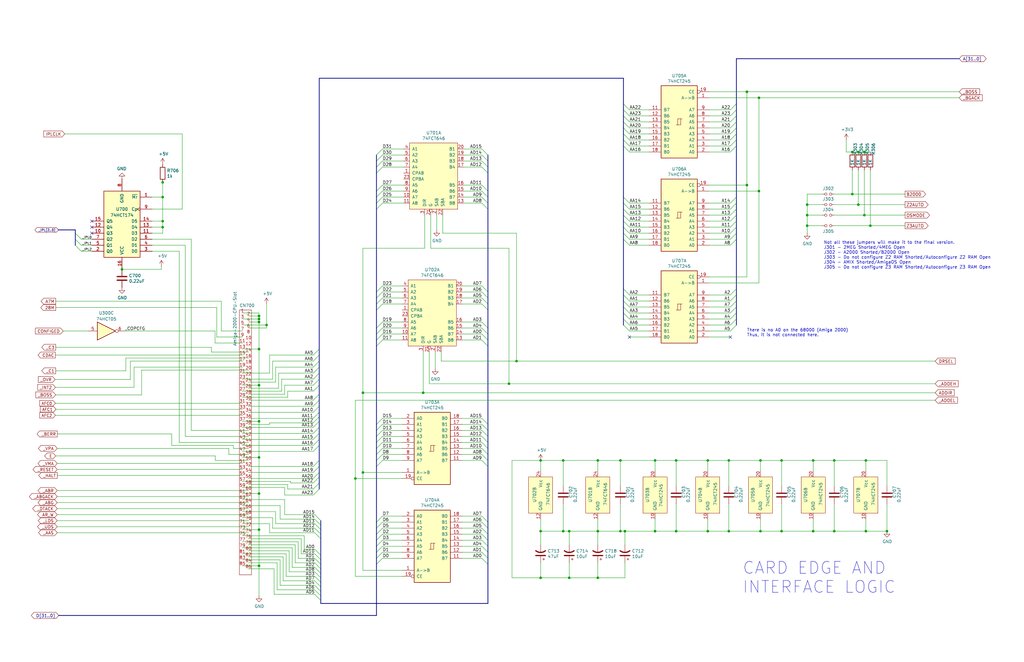
<source format=kicad_sch>
(kicad_sch (version 20211123) (generator eeschema)
  (paper "B")
  (title_block (title "Amiga N2630") (date "2022-05-26") (rev "2.0 QFP"))
  (junction (at 276.225 194.31))
  (junction (at 109.22 133.35))
  (junction (at 285.115 224.155))
  (junction (at 214.63 161.925))
  (junction (at 217.805 152.4))
  (junction (at 263.525 224.155))
  (junction (at 112.395 137.16))
  (junction (at 109.22 193.04))
  (junction (at 314.96 78.105))
  (junction (at 367.03 95.25))
  (junction (at 340.36 90.805))
  (junction (at 285.115 194.31))
  (junction (at 51.435 113.665))
  (junction (at 364.49 90.805))
  (junction (at 109.22 238.76))
  (junction (at 227.965 243.84))
  (junction (at 320.04 41.275))
  (junction (at 68.58 76.962))
  (junction (at 237.49 224.155))
  (junction (at 364.49 64.135))
  (junction (at 329.565 224.155))
  (junction (at 329.565 194.31))
  (junction (at 342.9 224.155))
  (junction (at 340.36 86.36))
  (junction (at 342.9 194.31))
  (junction (at 153.035 165.735))
  (junction (at 359.41 81.915))
  (junction (at 276.225 224.155))
  (junction (at 178.435 165.735))
  (junction (at 68.58 93.345))
  (junction (at 307.34 194.31))
  (junction (at 252.095 194.31))
  (junction (at 307.34 224.155))
  (junction (at 361.95 64.135))
  (junction (at 374.015 224.155))
  (junction (at 109.22 177.8))
  (junction (at 261.62 194.31))
  (junction (at 252.095 243.84))
  (junction (at 365.125 194.31))
  (junction (at 359.41 64.135))
  (junction (at 109.22 208.28))
  (junction (at 361.95 86.36))
  (junction (at 149.86 201.93))
  (junction (at 237.49 194.31))
  (junction (at 227.965 224.155))
  (junction (at 320.04 80.645))
  (junction (at 109.22 223.52))
  (junction (at 227.965 194.31))
  (junction (at 320.675 224.155))
  (junction (at 109.22 135.89))
  (junction (at 240.03 224.155))
  (junction (at 68.58 83.185))
  (junction (at 298.45 194.31))
  (junction (at 240.03 243.84))
  (junction (at 261.62 224.155))
  (junction (at 351.79 194.31))
  (junction (at 109.22 147.32))
  (junction (at 340.36 95.25))
  (junction (at 314.96 38.735))
  (junction (at 351.79 224.155))
  (junction (at 109.22 134.62))
  (junction (at 109.22 162.56))
  (junction (at 320.675 194.31))
  (junction (at 153.035 199.39))
  (junction (at 252.095 224.155))
  (junction (at 68.58 95.885))
  (junction (at 365.125 224.155))
  (junction (at 298.45 224.155))
  (no_connect (at 265.43 142.24))
  (no_connect (at 38.735 98.425))
  (no_connect (at 38.735 93.345))
  (no_connect (at 38.735 95.885))
  (no_connect (at 307.975 142.24))
  (bus_entry (at 265.43 98.425) (size -2.54 -2.54))
  (bus_entry (at 132.08 187.96) (size 2.54 -2.54))
  (bus_entry (at 203.2 227.965) (size 2.54 2.54))
  (bus_entry (at 132.715 241.3) (size 2.54 2.54))
  (bus_entry (at 132.715 239.395) (size 2.54 2.54))
  (bus_entry (at 132.715 237.49) (size 2.54 2.54))
  (bus_entry (at 132.715 250.825) (size 2.54 2.54))
  (bus_entry (at 132.715 248.92) (size 2.54 2.54))
  (bus_entry (at 132.715 247.015) (size 2.54 2.54))
  (bus_entry (at 132.715 245.11) (size 2.54 2.54))
  (bus_entry (at 132.715 243.205) (size 2.54 2.54))
  (bus_entry (at 132.715 235.585) (size 2.54 2.54))
  (bus_entry (at 265.43 139.7) (size -2.54 -2.54))
  (bus_entry (at 161.29 125.73) (size -2.54 2.54))
  (bus_entry (at 307.975 95.885) (size 2.54 -2.54))
  (bus_entry (at 307.975 124.46) (size 2.54 -2.54))
  (bus_entry (at 132.08 190.5) (size 2.54 -2.54))
  (bus_entry (at 307.975 127) (size 2.54 -2.54))
  (bus_entry (at 307.975 53.975) (size 2.54 -2.54))
  (bus_entry (at 203.2 230.505) (size 2.54 2.54))
  (bus_entry (at 265.43 100.965) (size -2.54 -2.54))
  (bus_entry (at 265.43 137.16) (size -2.54 -2.54))
  (bus_entry (at 161.29 181.61) (size -2.54 2.54))
  (bus_entry (at 307.975 59.055) (size 2.54 -2.54))
  (bus_entry (at 203.2 233.045) (size 2.54 2.54))
  (bus_entry (at 161.29 220.345) (size -2.54 2.54))
  (bus_entry (at 265.43 64.135) (size -2.54 -2.54))
  (bus_entry (at 34.29 106.045) (size -2.54 -2.54))
  (bus_entry (at 203.2 189.23) (size 2.54 2.54))
  (bus_entry (at 203.2 83.185) (size 2.54 2.54))
  (bus_entry (at 161.29 230.505) (size -2.54 2.54))
  (bus_entry (at 161.29 135.89) (size -2.54 2.54))
  (bus_entry (at 265.43 48.895) (size -2.54 -2.54))
  (bus_entry (at 265.43 132.08) (size -2.54 -2.54))
  (bus_entry (at 132.08 196.85) (size 2.54 -2.54))
  (bus_entry (at 132.08 165.1) (size 2.54 -2.54))
  (bus_entry (at 132.08 162.56) (size 2.54 -2.54))
  (bus_entry (at 132.08 160.02) (size 2.54 -2.54))
  (bus_entry (at 132.08 157.48) (size 2.54 -2.54))
  (bus_entry (at 132.08 154.94) (size 2.54 -2.54))
  (bus_entry (at 132.08 152.4) (size 2.54 -2.54))
  (bus_entry (at 132.08 149.86) (size 2.54 -2.54))
  (bus_entry (at 203.2 65.405) (size 2.54 2.54))
  (bus_entry (at 307.975 51.435) (size 2.54 -2.54))
  (bus_entry (at 265.43 129.54) (size -2.54 -2.54))
  (bus_entry (at 161.29 235.585) (size -2.54 2.54))
  (bus_entry (at 203.2 143.51) (size 2.54 2.54))
  (bus_entry (at 203.2 181.61) (size 2.54 2.54))
  (bus_entry (at 262.89 100.965) (size 2.54 2.54))
  (bus_entry (at 265.43 90.805) (size -2.54 -2.54))
  (bus_entry (at 34.29 103.505) (size -2.54 -2.54))
  (bus_entry (at 203.2 70.485) (size 2.54 2.54))
  (bus_entry (at 307.975 139.7) (size 2.54 -2.54))
  (bus_entry (at 203.2 222.885) (size 2.54 2.54))
  (bus_entry (at 132.08 173.99) (size 2.54 -2.54))
  (bus_entry (at 203.2 179.07) (size 2.54 2.54))
  (bus_entry (at 161.29 80.645) (size -2.54 2.54))
  (bus_entry (at 265.43 53.975) (size -2.54 -2.54))
  (bus_entry (at 34.29 100.965) (size -2.54 -2.54))
  (bus_entry (at 203.2 62.865) (size 2.54 2.54))
  (bus_entry (at 161.29 222.885) (size -2.54 2.54))
  (bus_entry (at 203.2 220.345) (size 2.54 2.54))
  (bus_entry (at 161.29 179.07) (size -2.54 2.54))
  (bus_entry (at 132.715 233.68) (size 2.54 2.54))
  (bus_entry (at 132.715 231.775) (size 2.54 2.54))
  (bus_entry (at 132.715 224.79) (size 2.54 2.54))
  (bus_entry (at 132.715 222.885) (size 2.54 2.54))
  (bus_entry (at 132.715 220.98) (size 2.54 2.54))
  (bus_entry (at 132.715 219.075) (size 2.54 2.54))
  (bus_entry (at 132.715 217.17) (size 2.54 2.54))
  (bus_entry (at 161.29 176.53) (size -2.54 2.54))
  (bus_entry (at 132.08 185.42) (size 2.54 -2.54))
  (bus_entry (at 307.975 98.425) (size 2.54 -2.54))
  (bus_entry (at 203.2 191.77) (size 2.54 2.54))
  (bus_entry (at 307.975 100.965) (size 2.54 -2.54))
  (bus_entry (at 307.975 93.345) (size 2.54 -2.54))
  (bus_entry (at 203.2 138.43) (size 2.54 2.54))
  (bus_entry (at 265.43 124.46) (size -2.54 -2.54))
  (bus_entry (at 307.975 46.355) (size 2.54 -2.54))
  (bus_entry (at 307.975 90.805) (size 2.54 -2.54))
  (bus_entry (at 307.975 103.505) (size 2.54 -2.54))
  (bus_entry (at 161.29 233.045) (size -2.54 2.54))
  (bus_entry (at 203.2 128.27) (size 2.54 2.54))
  (bus_entry (at 307.975 56.515) (size 2.54 -2.54))
  (bus_entry (at 203.2 123.19) (size 2.54 2.54))
  (bus_entry (at 203.2 140.97) (size 2.54 2.54))
  (bus_entry (at 265.43 59.055) (size -2.54 -2.54))
  (bus_entry (at 161.29 140.97) (size -2.54 2.54))
  (bus_entry (at 132.08 201.93) (size 2.54 -2.54))
  (bus_entry (at 161.29 85.725) (size -2.54 2.54))
  (bus_entry (at 161.29 186.69) (size -2.54 2.54))
  (bus_entry (at 132.08 182.88) (size 2.54 -2.54))
  (bus_entry (at 203.2 176.53) (size 2.54 2.54))
  (bus_entry (at 161.29 143.51) (size -2.54 2.54))
  (bus_entry (at 132.08 178.435) (size 2.54 -2.54))
  (bus_entry (at 203.2 80.645) (size 2.54 2.54))
  (bus_entry (at 161.29 83.185) (size -2.54 2.54))
  (bus_entry (at 265.43 134.62) (size -2.54 -2.54))
  (bus_entry (at 161.29 194.31) (size -2.54 2.54))
  (bus_entry (at 265.43 95.885) (size -2.54 -2.54))
  (bus_entry (at 265.43 88.265) (size -2.54 -2.54))
  (bus_entry (at 132.08 199.39) (size 2.54 -2.54))
  (bus_entry (at 203.2 120.65) (size 2.54 2.54))
  (bus_entry (at 161.29 123.19) (size -2.54 2.54))
  (bus_entry (at 265.43 85.725) (size -2.54 -2.54))
  (bus_entry (at 132.08 171.45) (size 2.54 -2.54))
  (bus_entry (at 161.29 225.425) (size -2.54 2.54))
  (bus_entry (at 161.29 138.43) (size -2.54 2.54))
  (bus_entry (at 161.29 67.945) (size -2.54 2.54))
  (bus_entry (at 203.2 186.69) (size 2.54 2.54))
  (bus_entry (at 132.08 176.53) (size 2.54 -2.54))
  (bus_entry (at 307.975 129.54) (size 2.54 -2.54))
  (bus_entry (at 161.29 128.27) (size -2.54 2.54))
  (bus_entry (at 161.29 227.965) (size -2.54 2.54))
  (bus_entry (at 265.43 127) (size -2.54 -2.54))
  (bus_entry (at 161.29 184.15) (size -2.54 2.54))
  (bus_entry (at 265.43 51.435) (size -2.54 -2.54))
  (bus_entry (at 203.2 125.73) (size 2.54 2.54))
  (bus_entry (at 203.2 85.725) (size 2.54 2.54))
  (bus_entry (at 307.975 137.16) (size 2.54 -2.54))
  (bus_entry (at 132.08 168.91) (size 2.54 -2.54))
  (bus_entry (at 203.2 135.89) (size 2.54 2.54))
  (bus_entry (at 161.29 189.23) (size -2.54 2.54))
  (bus_entry (at 161.29 78.105) (size -2.54 2.54))
  (bus_entry (at 132.08 180.34) (size 2.54 -2.54))
  (bus_entry (at 161.29 65.405) (size -2.54 2.54))
  (bus_entry (at 307.975 64.135) (size 2.54 -2.54))
  (bus_entry (at 203.2 67.945) (size 2.54 2.54))
  (bus_entry (at 203.2 194.31) (size 2.54 2.54))
  (bus_entry (at 265.43 93.345) (size -2.54 -2.54))
  (bus_entry (at 307.975 88.265) (size 2.54 -2.54))
  (bus_entry (at 203.2 184.15) (size 2.54 2.54))
  (bus_entry (at 307.975 48.895) (size 2.54 -2.54))
  (bus_entry (at 132.08 208.915) (size 2.54 -2.54))
  (bus_entry (at 132.08 203.835) (size 2.54 -2.54))
  (bus_entry (at 132.08 206.375) (size 2.54 -2.54))
  (bus_entry (at 161.29 191.77) (size -2.54 2.54))
  (bus_entry (at 203.2 217.805) (size 2.54 2.54))
  (bus_entry (at 307.975 85.725) (size 2.54 -2.54))
  (bus_entry (at 158.75 123.19) (size 2.54 -2.54))
  (bus_entry (at 203.2 235.585) (size 2.54 2.54))
  (bus_entry (at 158.75 65.405) (size 2.54 -2.54))
  (bus_entry (at 161.29 217.805) (size -2.54 2.54))
  (bus_entry (at 265.43 61.595) (size -2.54 -2.54))
  (bus_entry (at 203.2 78.105) (size 2.54 2.54))
  (bus_entry (at 265.43 56.515) (size -2.54 -2.54))
  (bus_entry (at 307.975 61.595) (size 2.54 -2.54))
  (bus_entry (at 265.43 46.355) (size -2.54 -2.54))
  (bus_entry (at 307.975 134.62) (size 2.54 -2.54))
  (bus_entry (at 307.975 132.08) (size 2.54 -2.54))
  (bus_entry (at 203.2 225.425) (size 2.54 2.54))
  (bus_entry (at 161.29 70.485) (size -2.54 2.54))
  (wire (pts (xy 273.685 142.24) (xy 265.43 142.24)))
  (bus (pts (xy 205.74 194.31) (xy 205.74 196.85)))
  (bus (pts (xy 134.62 154.94) (xy 134.62 157.48)))
  (wire (pts (xy 120.015 162.56) (xy 120.015 166.37)))
  (wire (pts (xy 113.665 220.98) (xy 113.665 224.79)))
  (wire (pts (xy 273.685 95.885) (xy 265.43 95.885)))
  (wire (pts (xy 102.235 167.64) (xy 121.285 167.64)))
  (wire (pts (xy 374.015 194.31) (xy 374.015 205.105)))
  (wire (pts (xy 102.235 231.14) (xy 123.19 231.14)))
  (wire (pts (xy 96.52 189.23) (xy 24.13 189.23)))
  (bus (pts (xy 205.74 88.265) (xy 205.74 123.19)))
  (wire (pts (xy 169.545 140.97) (xy 161.29 140.97)))
  (wire (pts (xy 194.945 184.15) (xy 203.2 184.15)))
  (bus (pts (xy 158.75 80.645) (xy 158.75 83.185)))
  (bus (pts (xy 262.89 129.54) (xy 262.89 132.08)))
  (wire (pts (xy 121.92 241.3) (xy 132.715 241.3)))
  (wire (pts (xy 128.27 226.06) (xy 128.27 231.775)))
  (bus (pts (xy 158.75 235.585) (xy 158.75 238.125)))
  (wire (pts (xy 104.775 138.43) (xy 112.395 138.43)))
  (wire (pts (xy 194.945 227.965) (xy 203.2 227.965)))
  (bus (pts (xy 135.255 223.52) (xy 135.255 225.425)))
  (wire (pts (xy 169.545 143.51) (xy 161.29 143.51)))
  (wire (pts (xy 26.67 139.7) (xy 37.211 139.7)))
  (wire (pts (xy 104.775 156.21) (xy 59.69 156.21)))
  (bus (pts (xy 135.255 240.03) (xy 135.255 241.935)))
  (bus (pts (xy 262.89 98.425) (xy 262.89 100.965)))
  (wire (pts (xy 109.22 132.08) (xy 109.22 133.35)))
  (wire (pts (xy 104.775 173.99) (xy 132.08 173.99)))
  (wire (pts (xy 52.451 139.7) (xy 90.678 139.7)))
  (wire (pts (xy 365.125 198.755) (xy 365.125 194.31)))
  (wire (pts (xy 102.235 132.08) (xy 109.22 132.08)))
  (wire (pts (xy 153.035 199.39) (xy 153.035 240.665)))
  (wire (pts (xy 90.805 194.31) (xy 90.805 192.405)))
  (wire (pts (xy 273.685 88.265) (xy 265.43 88.265)))
  (wire (pts (xy 299.085 85.725) (xy 307.975 85.725)))
  (wire (pts (xy 320.675 194.31) (xy 329.565 194.31)))
  (wire (pts (xy 149.86 243.205) (xy 169.545 243.205)))
  (wire (pts (xy 89.154 146.558) (xy 89.154 148.59)))
  (wire (pts (xy 78.105 103.505) (xy 78.105 184.15)))
  (wire (pts (xy 112.395 137.16) (xy 112.395 128.27)))
  (wire (pts (xy 227.965 194.31) (xy 237.49 194.31)))
  (wire (pts (xy 299.085 53.975) (xy 307.975 53.975)))
  (wire (pts (xy 27.305 56.515) (xy 76.835 56.515)))
  (wire (pts (xy 276.225 194.31) (xy 285.115 194.31)))
  (wire (pts (xy 346.71 95.25) (xy 340.36 95.25)))
  (wire (pts (xy 276.225 198.755) (xy 276.225 194.31)))
  (bus (pts (xy 134.62 177.8) (xy 134.62 180.34)))
  (bus (pts (xy 262.89 90.805) (xy 262.89 93.345)))
  (wire (pts (xy 340.36 81.915) (xy 340.36 86.36)))
  (wire (pts (xy 102.235 187.96) (xy 132.08 187.96)))
  (wire (pts (xy 169.545 191.77) (xy 161.29 191.77)))
  (wire (pts (xy 169.545 179.07) (xy 161.29 179.07)))
  (wire (pts (xy 153.035 240.665) (xy 169.545 240.665)))
  (bus (pts (xy 310.515 53.975) (xy 310.515 56.515)))
  (wire (pts (xy 361.95 86.36) (xy 381.635 86.36)))
  (wire (pts (xy 102.235 198.12) (xy 24.13 198.12)))
  (bus (pts (xy 205.74 179.07) (xy 205.74 181.61)))
  (wire (pts (xy 102.235 236.22) (xy 118.11 236.22)))
  (wire (pts (xy 72.39 183.134) (xy 72.39 187.96)))
  (bus (pts (xy 310.515 51.435) (xy 310.515 53.975)))
  (wire (pts (xy 169.545 189.23) (xy 161.29 189.23)))
  (wire (pts (xy 104.775 191.77) (xy 96.52 191.77)))
  (wire (pts (xy 104.775 196.85) (xy 132.08 196.85)))
  (wire (pts (xy 120.015 217.17) (xy 132.715 217.17)))
  (wire (pts (xy 195.58 70.485) (xy 203.2 70.485)))
  (wire (pts (xy 194.945 194.31) (xy 203.2 194.31)))
  (wire (pts (xy 170.18 70.485) (xy 161.29 70.485)))
  (bus (pts (xy 134.62 152.4) (xy 134.62 154.94)))
  (wire (pts (xy 217.805 152.4) (xy 394.335 152.4)))
  (wire (pts (xy 340.36 95.25) (xy 340.36 98.425)))
  (wire (pts (xy 113.665 157.48) (xy 113.665 149.86)))
  (wire (pts (xy 104.775 184.15) (xy 78.105 184.15)))
  (bus (pts (xy 134.62 33.02) (xy 134.62 147.32)))
  (wire (pts (xy 169.545 186.69) (xy 161.29 186.69)))
  (wire (pts (xy 314.96 38.735) (xy 299.085 38.735)))
  (bus (pts (xy 205.74 140.97) (xy 205.74 143.51)))
  (wire (pts (xy 169.545 220.345) (xy 161.29 220.345)))
  (bus (pts (xy 262.89 95.885) (xy 262.89 98.425)))
  (wire (pts (xy 194.945 143.51) (xy 203.2 143.51)))
  (bus (pts (xy 310.515 95.885) (xy 310.515 98.425)))
  (wire (pts (xy 109.22 208.28) (xy 109.22 223.52)))
  (wire (pts (xy 149.86 201.93) (xy 149.86 243.205)))
  (bus (pts (xy 158.75 233.045) (xy 158.75 235.585)))
  (wire (pts (xy 118.11 219.075) (xy 132.715 219.075)))
  (wire (pts (xy 56.515 163.449) (xy 56.515 154.94)))
  (bus (pts (xy 262.89 85.725) (xy 262.89 88.265)))
  (wire (pts (xy 170.18 65.405) (xy 161.29 65.405)))
  (bus (pts (xy 31.75 98.425) (xy 31.75 100.965)))
  (wire (pts (xy 102.235 152.4) (xy 54.991 152.4)))
  (wire (pts (xy 340.36 86.36) (xy 340.36 90.805)))
  (wire (pts (xy 194.945 176.53) (xy 203.2 176.53)))
  (bus (pts (xy 205.74 85.725) (xy 205.74 88.265)))
  (wire (pts (xy 351.79 95.25) (xy 367.03 95.25)))
  (bus (pts (xy 134.62 166.37) (xy 134.62 168.91)))
  (wire (pts (xy 342.9 198.755) (xy 342.9 194.31)))
  (wire (pts (xy 109.22 193.04) (xy 109.22 208.28)))
  (wire (pts (xy 113.665 224.79) (xy 132.715 224.79)))
  (wire (pts (xy 346.71 90.805) (xy 340.36 90.805)))
  (bus (pts (xy 134.62 199.39) (xy 134.62 201.295)))
  (wire (pts (xy 104.775 217.17) (xy 24.13 217.17)))
  (wire (pts (xy 104.775 148.59) (xy 89.154 148.59)))
  (wire (pts (xy 102.235 180.34) (xy 132.08 180.34)))
  (wire (pts (xy 178.435 165.735) (xy 153.035 165.735)))
  (bus (pts (xy 262.89 51.435) (xy 262.89 53.975)))
  (bus (pts (xy 310.515 43.815) (xy 310.515 46.355)))
  (bus (pts (xy 310.515 129.54) (xy 310.515 132.08)))
  (bus (pts (xy 135.255 245.745) (xy 135.255 247.65)))
  (bus (pts (xy 262.89 33.02) (xy 134.62 33.02)))
  (wire (pts (xy 178.435 165.735) (xy 178.435 148.59)))
  (bus (pts (xy 158.75 70.485) (xy 158.75 73.025)))
  (wire (pts (xy 273.685 56.515) (xy 265.43 56.515)))
  (wire (pts (xy 299.085 132.08) (xy 307.975 132.08)))
  (wire (pts (xy 122.555 203.2) (xy 122.555 203.835)))
  (bus (pts (xy 158.75 138.43) (xy 158.75 140.97)))
  (wire (pts (xy 23.622 172.72) (xy 102.235 172.72)))
  (wire (pts (xy 64.135 98.425) (xy 68.58 98.425)))
  (wire (pts (xy 285.115 224.155) (xy 298.45 224.155)))
  (wire (pts (xy 314.96 78.105) (xy 314.96 38.735)))
  (wire (pts (xy 109.22 162.56) (xy 109.22 177.8)))
  (wire (pts (xy 104.775 135.89) (xy 109.22 135.89)))
  (wire (pts (xy 68.58 95.885) (xy 68.58 98.425)))
  (bus (pts (xy 205.74 146.05) (xy 205.74 179.07)))
  (bus (pts (xy 158.75 128.27) (xy 158.75 130.81)))
  (wire (pts (xy 170.18 62.865) (xy 161.29 62.865)))
  (bus (pts (xy 31.75 97.028) (xy 31.75 98.425)))
  (wire (pts (xy 169.545 230.505) (xy 161.29 230.505)))
  (wire (pts (xy 307.975 142.24) (xy 299.085 142.24)))
  (wire (pts (xy 102.235 165.1) (xy 118.745 165.1)))
  (bus (pts (xy 158.75 196.85) (xy 158.75 220.345)))
  (wire (pts (xy 118.11 247.015) (xy 132.715 247.015)))
  (bus (pts (xy 158.75 186.69) (xy 158.75 189.23)))
  (bus (pts (xy 205.74 67.945) (xy 205.74 70.485)))
  (wire (pts (xy 102.235 142.24) (xy 91.44 142.24)))
  (wire (pts (xy 120.015 208.915) (xy 132.08 208.915)))
  (wire (pts (xy 102.235 220.98) (xy 113.665 220.98)))
  (wire (pts (xy 104.775 201.93) (xy 132.08 201.93)))
  (wire (pts (xy 273.685 61.595) (xy 265.43 61.595)))
  (wire (pts (xy 273.685 85.725) (xy 265.43 85.725)))
  (wire (pts (xy 104.775 207.01) (xy 24.13 207.01)))
  (bus (pts (xy 158.75 227.965) (xy 158.75 230.505)))
  (wire (pts (xy 320.04 41.275) (xy 299.085 41.275)))
  (bus (pts (xy 205.74 225.425) (xy 205.74 227.965)))
  (wire (pts (xy 23.241 160.147) (xy 54.991 160.147)))
  (wire (pts (xy 364.49 64.135) (xy 367.03 64.135)))
  (wire (pts (xy 299.085 98.425) (xy 307.975 98.425)))
  (wire (pts (xy 367.03 71.755) (xy 367.03 95.25)))
  (wire (pts (xy 124.46 237.49) (xy 132.715 237.49)))
  (wire (pts (xy 115.57 240.03) (xy 115.57 250.825)))
  (bus (pts (xy 135.255 221.615) (xy 135.255 223.52)))
  (wire (pts (xy 109.22 133.35) (xy 109.22 134.62)))
  (bus (pts (xy 134.62 175.895) (xy 134.62 177.8)))
  (bus (pts (xy 134.62 180.34) (xy 134.62 182.88)))
  (wire (pts (xy 102.235 193.04) (xy 109.22 193.04)))
  (wire (pts (xy 273.685 51.435) (xy 265.43 51.435)))
  (bus (pts (xy 262.89 121.92) (xy 262.89 124.46)))
  (wire (pts (xy 122.555 203.835) (xy 132.08 203.835)))
  (wire (pts (xy 59.69 166.624) (xy 59.69 156.21)))
  (bus (pts (xy 158.75 67.945) (xy 158.75 70.485)))
  (wire (pts (xy 299.085 100.965) (xy 307.975 100.965)))
  (wire (pts (xy 51.435 113.665) (xy 68.072 113.665)))
  (bus (pts (xy 205.74 184.15) (xy 205.74 186.69)))
  (wire (pts (xy 102.235 144.78) (xy 90.678 144.78)))
  (wire (pts (xy 109.22 135.89) (xy 109.22 147.32)))
  (bus (pts (xy 158.75 189.23) (xy 158.75 191.77)))
  (wire (pts (xy 320.675 198.755) (xy 320.675 194.31)))
  (wire (pts (xy 68.58 83.185) (xy 64.135 83.185)))
  (wire (pts (xy 195.58 80.645) (xy 203.2 80.645)))
  (bus (pts (xy 158.75 220.345) (xy 158.75 222.885)))
  (wire (pts (xy 53.086 151.13) (xy 53.086 156.464)))
  (wire (pts (xy 169.545 184.15) (xy 161.29 184.15)))
  (wire (pts (xy 351.79 194.31) (xy 365.125 194.31)))
  (wire (pts (xy 120.015 205.74) (xy 120.015 208.915)))
  (bus (pts (xy 135.255 219.71) (xy 135.255 221.615)))
  (bus (pts (xy 310.515 61.595) (xy 310.515 83.185)))
  (wire (pts (xy 68.58 76.835) (xy 68.58 76.962)))
  (wire (pts (xy 252.095 224.155) (xy 261.62 224.155)))
  (wire (pts (xy 194.945 181.61) (xy 203.2 181.61)))
  (wire (pts (xy 102.235 203.2) (xy 122.555 203.2)))
  (bus (pts (xy 135.255 247.65) (xy 135.255 249.555)))
  (wire (pts (xy 195.58 83.185) (xy 203.2 83.185)))
  (bus (pts (xy 310.515 134.62) (xy 310.515 137.16)))
  (bus (pts (xy 158.75 191.77) (xy 158.75 194.31)))
  (wire (pts (xy 132.08 178.435) (xy 113.665 178.435)))
  (wire (pts (xy 299.085 93.345) (xy 307.975 93.345)))
  (wire (pts (xy 102.235 182.88) (xy 132.08 182.88)))
  (wire (pts (xy 214.63 161.925) (xy 180.975 161.925)))
  (wire (pts (xy 240.03 229.87) (xy 240.03 224.155)))
  (wire (pts (xy 299.085 78.105) (xy 314.96 78.105)))
  (wire (pts (xy 346.71 86.36) (xy 340.36 86.36)))
  (wire (pts (xy 169.545 176.53) (xy 161.29 176.53)))
  (wire (pts (xy 102.235 137.16) (xy 112.395 137.16)))
  (wire (pts (xy 116.205 220.98) (xy 132.715 220.98)))
  (bus (pts (xy 135.255 251.46) (xy 135.255 253.365)))
  (wire (pts (xy 170.18 78.105) (xy 161.29 78.105)))
  (wire (pts (xy 194.945 191.77) (xy 203.2 191.77)))
  (wire (pts (xy 299.085 56.515) (xy 307.975 56.515)))
  (wire (pts (xy 102.235 205.74) (xy 120.015 205.74)))
  (wire (pts (xy 195.58 85.725) (xy 203.2 85.725)))
  (wire (pts (xy 38.735 103.505) (xy 34.29 103.505)))
  (wire (pts (xy 261.62 194.31) (xy 276.225 194.31)))
  (wire (pts (xy 374.015 224.155) (xy 374.015 212.725)))
  (wire (pts (xy 153.035 165.735) (xy 153.035 104.775)))
  (bus (pts (xy 310.515 127) (xy 310.515 129.54)))
  (wire (pts (xy 64.135 93.345) (xy 68.58 93.345)))
  (wire (pts (xy 237.49 224.155) (xy 240.03 224.155)))
  (wire (pts (xy 102.235 134.62) (xy 109.22 134.62)))
  (wire (pts (xy 194.945 220.345) (xy 203.2 220.345)))
  (wire (pts (xy 320.04 80.645) (xy 320.04 41.275)))
  (wire (pts (xy 64.135 95.885) (xy 68.58 95.885)))
  (wire (pts (xy 181.61 104.775) (xy 214.63 104.775)))
  (wire (pts (xy 217.805 152.4) (xy 186.055 152.4)))
  (wire (pts (xy 102.235 228.6) (xy 125.73 228.6)))
  (wire (pts (xy 102.235 226.06) (xy 128.27 226.06)))
  (wire (pts (xy 102.235 195.58) (xy 24.13 195.58)))
  (wire (pts (xy 169.545 225.425) (xy 161.29 225.425)))
  (bus (pts (xy 135.255 236.22) (xy 135.255 238.125)))
  (wire (pts (xy 104.775 161.29) (xy 116.205 161.29)))
  (wire (pts (xy 116.205 215.9) (xy 116.205 220.98)))
  (bus (pts (xy 310.515 121.92) (xy 310.515 124.46)))
  (wire (pts (xy 351.79 224.155) (xy 365.125 224.155)))
  (wire (pts (xy 299.085 124.46) (xy 307.975 124.46)))
  (bus (pts (xy 134.62 201.295) (xy 134.62 203.835)))
  (wire (pts (xy 121.92 232.41) (xy 121.92 241.3)))
  (bus (pts (xy 205.74 80.645) (xy 205.74 83.185)))
  (wire (pts (xy 104.775 212.09) (xy 24.13 212.09)))
  (wire (pts (xy 169.545 135.89) (xy 161.29 135.89)))
  (bus (pts (xy 134.62 203.835) (xy 134.62 206.375)))
  (bus (pts (xy 205.74 70.485) (xy 205.74 73.025)))
  (bus (pts (xy 262.89 88.265) (xy 262.89 90.805)))
  (wire (pts (xy 320.675 224.155) (xy 329.565 224.155)))
  (wire (pts (xy 252.095 198.755) (xy 252.095 194.31)))
  (wire (pts (xy 195.58 67.945) (xy 203.2 67.945)))
  (bus (pts (xy 262.89 33.02) (xy 262.89 43.815)))
  (wire (pts (xy 102.235 157.48) (xy 113.665 157.48)))
  (wire (pts (xy 116.84 237.49) (xy 116.84 248.92)))
  (wire (pts (xy 120.015 210.82) (xy 120.015 217.17)))
  (bus (pts (xy 158.75 140.97) (xy 158.75 143.51)))
  (wire (pts (xy 169.545 222.885) (xy 161.29 222.885)))
  (wire (pts (xy 23.368 175.26) (xy 102.235 175.26)))
  (wire (pts (xy 109.22 177.8) (xy 109.22 193.04)))
  (wire (pts (xy 68.58 76.962) (xy 68.58 83.185)))
  (wire (pts (xy 314.96 116.84) (xy 314.96 78.105)))
  (bus (pts (xy 262.89 93.345) (xy 262.89 95.885)))
  (wire (pts (xy 240.03 243.84) (xy 252.095 243.84)))
  (bus (pts (xy 158.75 83.185) (xy 158.75 85.725)))
  (bus (pts (xy 310.515 85.725) (xy 310.515 88.265)))
  (bus (pts (xy 205.74 235.585) (xy 205.74 238.125)))
  (wire (pts (xy 104.775 224.79) (xy 24.13 224.79)))
  (wire (pts (xy 320.675 219.075) (xy 320.675 224.155)))
  (wire (pts (xy 263.525 224.155) (xy 276.225 224.155)))
  (wire (pts (xy 240.03 224.155) (xy 252.095 224.155)))
  (wire (pts (xy 329.565 194.31) (xy 342.9 194.31)))
  (bus (pts (xy 205.74 220.345) (xy 205.74 222.885)))
  (wire (pts (xy 119.38 245.11) (xy 132.715 245.11)))
  (wire (pts (xy 118.11 213.36) (xy 118.11 219.075)))
  (wire (pts (xy 104.775 209.55) (xy 24.13 209.55)))
  (wire (pts (xy 102.235 162.56) (xy 109.22 162.56)))
  (wire (pts (xy 113.665 178.435) (xy 113.665 179.07)))
  (wire (pts (xy 298.45 194.31) (xy 307.34 194.31)))
  (wire (pts (xy 194.945 189.23) (xy 203.2 189.23)))
  (bus (pts (xy 310.515 59.055) (xy 310.515 61.595)))
  (wire (pts (xy 132.08 165.1) (xy 121.285 165.1)))
  (bus (pts (xy 205.74 73.025) (xy 205.74 80.645)))
  (wire (pts (xy 298.45 219.075) (xy 298.45 224.155)))
  (wire (pts (xy 186.055 152.4) (xy 186.055 148.59)))
  (wire (pts (xy 194.945 235.585) (xy 203.2 235.585)))
  (wire (pts (xy 104.775 227.33) (xy 127 227.33)))
  (wire (pts (xy 23.495 166.624) (xy 59.69 166.624)))
  (bus (pts (xy 310.515 83.185) (xy 310.515 85.725)))
  (wire (pts (xy 169.545 125.73) (xy 161.29 125.73)))
  (wire (pts (xy 273.685 53.975) (xy 265.43 53.975)))
  (wire (pts (xy 299.085 103.505) (xy 307.975 103.505)))
  (wire (pts (xy 320.04 41.275) (xy 404.495 41.275)))
  (bus (pts (xy 134.62 194.31) (xy 134.62 196.85)))
  (wire (pts (xy 299.085 61.595) (xy 307.975 61.595)))
  (wire (pts (xy 307.34 212.725) (xy 307.34 224.155)))
  (wire (pts (xy 104.775 199.39) (xy 132.08 199.39)))
  (wire (pts (xy 364.49 90.805) (xy 381.635 90.805)))
  (wire (pts (xy 273.685 59.055) (xy 265.43 59.055)))
  (wire (pts (xy 273.685 139.7) (xy 265.43 139.7)))
  (wire (pts (xy 261.62 205.105) (xy 261.62 194.31)))
  (bus (pts (xy 205.74 65.405) (xy 205.74 67.945)))
  (bus (pts (xy 310.515 88.265) (xy 310.515 90.805)))
  (wire (pts (xy 351.79 205.105) (xy 351.79 194.31)))
  (wire (pts (xy 102.235 238.76) (xy 109.22 238.76)))
  (bus (pts (xy 262.89 124.46) (xy 262.89 127)))
  (bus (pts (xy 135.255 241.935) (xy 135.255 243.84)))
  (wire (pts (xy 215.9 194.31) (xy 227.965 194.31)))
  (wire (pts (xy 68.072 112.395) (xy 68.072 113.665)))
  (wire (pts (xy 104.775 214.63) (xy 24.13 214.63)))
  (wire (pts (xy 195.58 78.105) (xy 203.2 78.105)))
  (wire (pts (xy 68.58 93.345) (xy 68.58 95.885)))
  (wire (pts (xy 273.685 132.08) (xy 265.43 132.08)))
  (bus (pts (xy 205.74 196.85) (xy 205.74 220.345)))
  (wire (pts (xy 169.545 217.805) (xy 161.29 217.805)))
  (wire (pts (xy 127 233.68) (xy 132.715 233.68)))
  (wire (pts (xy 104.775 229.87) (xy 124.46 229.87)))
  (wire (pts (xy 102.235 215.9) (xy 116.205 215.9)))
  (wire (pts (xy 169.545 199.39) (xy 153.035 199.39)))
  (wire (pts (xy 123.19 239.395) (xy 132.715 239.395)))
  (bus (pts (xy 134.62 171.45) (xy 134.62 173.99)))
  (wire (pts (xy 195.58 62.865) (xy 203.2 62.865)))
  (wire (pts (xy 118.745 160.02) (xy 118.745 165.1)))
  (wire (pts (xy 90.805 192.405) (xy 23.495 192.405)))
  (bus (pts (xy 205.74 143.51) (xy 205.74 146.05)))
  (wire (pts (xy 169.545 123.19) (xy 161.29 123.19)))
  (wire (pts (xy 23.495 129.794) (xy 91.44 129.794)))
  (wire (pts (xy 217.805 98.425) (xy 217.805 152.4)))
  (bus (pts (xy 158.75 85.725) (xy 158.75 88.265)))
  (wire (pts (xy 227.965 198.755) (xy 227.965 194.31)))
  (wire (pts (xy 170.18 83.185) (xy 161.29 83.185)))
  (bus (pts (xy 262.89 56.515) (xy 262.89 59.055)))
  (wire (pts (xy 109.22 147.32) (xy 109.22 162.56)))
  (wire (pts (xy 38.735 106.045) (xy 34.29 106.045)))
  (wire (pts (xy 227.965 229.87) (xy 227.965 224.155)))
  (wire (pts (xy 153.035 165.735) (xy 153.035 199.39)))
  (wire (pts (xy 120.65 233.68) (xy 120.65 243.205)))
  (wire (pts (xy 342.9 219.075) (xy 342.9 224.155)))
  (wire (pts (xy 351.79 86.36) (xy 361.95 86.36)))
  (bus (pts (xy 205.74 138.43) (xy 205.74 140.97)))
  (bus (pts (xy 205.74 227.965) (xy 205.74 230.505)))
  (wire (pts (xy 273.685 93.345) (xy 265.43 93.345)))
  (wire (pts (xy 117.475 157.48) (xy 117.475 163.83)))
  (wire (pts (xy 252.095 229.87) (xy 252.095 224.155)))
  (bus (pts (xy 262.89 46.355) (xy 262.89 48.895)))
  (wire (pts (xy 118.11 236.22) (xy 118.11 247.015)))
  (bus (pts (xy 135.255 253.365) (xy 135.255 254.635)))
  (bus (pts (xy 158.75 65.405) (xy 158.75 67.945)))
  (bus (pts (xy 205.74 222.885) (xy 205.74 225.425)))
  (wire (pts (xy 273.685 98.425) (xy 265.43 98.425)))
  (wire (pts (xy 361.95 64.135) (xy 364.49 64.135)))
  (bus (pts (xy 158.75 259.715) (xy 24.765 259.715)))
  (bus (pts (xy 31.75 100.965) (xy 31.75 103.505)))
  (wire (pts (xy 98.425 187.96) (xy 72.39 187.96)))
  (wire (pts (xy 356.87 64.135) (xy 359.41 64.135)))
  (wire (pts (xy 54.991 160.147) (xy 54.991 152.4)))
  (bus (pts (xy 205.74 233.045) (xy 205.74 235.585)))
  (wire (pts (xy 361.95 71.755) (xy 361.95 86.36)))
  (wire (pts (xy 276.225 224.155) (xy 285.115 224.155)))
  (wire (pts (xy 104.775 234.95) (xy 119.38 234.95)))
  (wire (pts (xy 90.678 139.7) (xy 90.678 144.78)))
  (bus (pts (xy 134.62 182.88) (xy 134.62 185.42)))
  (wire (pts (xy 102.235 200.66) (xy 24.13 200.66)))
  (wire (pts (xy 285.115 205.105) (xy 285.115 194.31)))
  (wire (pts (xy 104.775 204.47) (xy 121.285 204.47)))
  (bus (pts (xy 158.75 146.05) (xy 158.75 179.07)))
  (wire (pts (xy 299.085 127) (xy 307.975 127)))
  (bus (pts (xy 158.75 143.51) (xy 158.75 146.05)))
  (wire (pts (xy 359.41 81.915) (xy 381.635 81.915)))
  (wire (pts (xy 120.65 243.205) (xy 132.715 243.205)))
  (wire (pts (xy 299.085 46.355) (xy 307.975 46.355)))
  (wire (pts (xy 64.135 106.045) (xy 75.565 106.045)))
  (wire (pts (xy 329.565 212.725) (xy 329.565 224.155)))
  (bus (pts (xy 205.74 238.125) (xy 205.74 254.635)))
  (wire (pts (xy 186.69 90.805) (xy 186.69 98.425)))
  (wire (pts (xy 23.495 146.558) (xy 89.154 146.558)))
  (wire (pts (xy 169.545 128.27) (xy 161.29 128.27)))
  (bus (pts (xy 205.74 189.23) (xy 205.74 191.77)))
  (wire (pts (xy 299.085 80.645) (xy 320.04 80.645)))
  (wire (pts (xy 38.735 100.965) (xy 34.29 100.965)))
  (wire (pts (xy 186.69 98.425) (xy 217.805 98.425)))
  (wire (pts (xy 115.57 250.825) (xy 132.715 250.825)))
  (wire (pts (xy 121.285 206.375) (xy 132.08 206.375)))
  (wire (pts (xy 342.9 194.31) (xy 351.79 194.31)))
  (wire (pts (xy 273.685 90.805) (xy 265.43 90.805)))
  (wire (pts (xy 169.545 138.43) (xy 161.29 138.43)))
  (bus (pts (xy 310.515 98.425) (xy 310.515 100.965)))
  (bus (pts (xy 158.75 125.73) (xy 158.75 128.27)))
  (wire (pts (xy 307.34 194.31) (xy 320.675 194.31)))
  (bus (pts (xy 205.74 125.73) (xy 205.74 128.27)))
  (wire (pts (xy 104.775 189.23) (xy 98.425 189.23)))
  (bus (pts (xy 135.255 234.315) (xy 135.255 236.22)))
  (bus (pts (xy 205.74 130.81) (xy 205.74 138.43)))
  (wire (pts (xy 119.38 234.95) (xy 119.38 245.11)))
  (wire (pts (xy 169.545 194.31) (xy 161.29 194.31)))
  (bus (pts (xy 262.89 83.185) (xy 262.89 85.725)))
  (wire (pts (xy 102.235 139.7) (xy 93.345 139.7)))
  (bus (pts (xy 134.62 149.86) (xy 134.62 152.4)))
  (wire (pts (xy 359.41 64.135) (xy 361.95 64.135)))
  (wire (pts (xy 356.87 59.055) (xy 356.87 64.135)))
  (wire (pts (xy 214.63 161.925) (xy 394.335 161.925)))
  (bus (pts (xy 310.515 24.765) (xy 310.515 43.815)))
  (wire (pts (xy 276.225 219.075) (xy 276.225 224.155)))
  (wire (pts (xy 169.545 181.61) (xy 161.29 181.61)))
  (wire (pts (xy 299.085 137.16) (xy 307.975 137.16)))
  (wire (pts (xy 170.18 85.725) (xy 161.29 85.725)))
  (wire (pts (xy 104.775 219.71) (xy 24.13 219.71)))
  (wire (pts (xy 102.235 147.32) (xy 109.22 147.32)))
  (wire (pts (xy 261.62 224.155) (xy 263.525 224.155)))
  (wire (pts (xy 149.86 168.91) (xy 394.335 168.91)))
  (bus (pts (xy 158.75 123.19) (xy 158.75 125.73)))
  (wire (pts (xy 265.43 103.505) (xy 273.685 103.505)))
  (wire (pts (xy 299.085 116.84) (xy 314.96 116.84)))
  (wire (pts (xy 240.03 237.49) (xy 240.03 243.84)))
  (bus (pts (xy 158.75 184.15) (xy 158.75 186.69)))
  (wire (pts (xy 364.49 71.755) (xy 364.49 90.805)))
  (wire (pts (xy 127 227.33) (xy 127 233.68)))
  (wire (pts (xy 194.945 186.69) (xy 203.2 186.69)))
  (wire (pts (xy 273.685 127) (xy 265.43 127)))
  (wire (pts (xy 285.115 194.31) (xy 298.45 194.31)))
  (wire (pts (xy 252.095 194.31) (xy 261.62 194.31)))
  (bus (pts (xy 134.62 162.56) (xy 134.62 166.37)))
  (wire (pts (xy 181.61 90.805) (xy 181.61 104.775)))
  (wire (pts (xy 102.235 223.52) (xy 109.22 223.52)))
  (wire (pts (xy 132.08 160.02) (xy 118.745 160.02)))
  (wire (pts (xy 299.085 119.38) (xy 320.04 119.38)))
  (bus (pts (xy 310.515 48.895) (xy 310.515 51.435)))
  (wire (pts (xy 178.435 165.735) (xy 394.335 165.735)))
  (wire (pts (xy 114.935 222.885) (xy 132.715 222.885)))
  (bus (pts (xy 24.638 97.028) (xy 31.75 97.028)))
  (wire (pts (xy 93.345 139.7) (xy 93.345 127.127)))
  (wire (pts (xy 194.945 140.97) (xy 203.2 140.97)))
  (wire (pts (xy 273.685 100.965) (xy 265.43 100.965)))
  (wire (pts (xy 237.49 205.105) (xy 237.49 194.31)))
  (wire (pts (xy 298.45 224.155) (xy 307.34 224.155)))
  (wire (pts (xy 365.125 219.075) (xy 365.125 224.155)))
  (wire (pts (xy 104.775 171.45) (xy 132.08 171.45)))
  (wire (pts (xy 109.22 134.62) (xy 109.22 135.89)))
  (wire (pts (xy 113.665 149.86) (xy 132.08 149.86)))
  (wire (pts (xy 194.945 233.045) (xy 203.2 233.045)))
  (wire (pts (xy 102.235 218.44) (xy 114.935 218.44)))
  (wire (pts (xy 102.235 208.28) (xy 109.22 208.28)))
  (bus (pts (xy 158.75 194.31) (xy 158.75 196.85)))
  (bus (pts (xy 158.75 73.025) (xy 158.75 80.645)))
  (wire (pts (xy 114.935 218.44) (xy 114.935 222.885)))
  (wire (pts (xy 285.115 212.725) (xy 285.115 224.155)))
  (wire (pts (xy 76.835 56.515) (xy 76.835 88.265)))
  (wire (pts (xy 102.235 154.94) (xy 56.515 154.94)))
  (bus (pts (xy 310.515 46.355) (xy 310.515 48.895)))
  (bus (pts (xy 310.515 93.345) (xy 310.515 95.885)))
  (wire (pts (xy 195.58 65.405) (xy 203.2 65.405)))
  (bus (pts (xy 205.74 230.505) (xy 205.74 233.045)))
  (wire (pts (xy 125.73 235.585) (xy 132.715 235.585)))
  (wire (pts (xy 194.945 138.43) (xy 203.2 138.43)))
  (wire (pts (xy 132.08 162.56) (xy 120.015 162.56)))
  (wire (pts (xy 53.086 151.13) (xy 104.775 151.13)))
  (bus (pts (xy 134.62 187.96) (xy 134.62 194.31)))
  (wire (pts (xy 112.395 138.43) (xy 112.395 137.16)))
  (bus (pts (xy 262.89 59.055) (xy 262.89 61.595)))
  (bus (pts (xy 134.62 185.42) (xy 134.62 187.96)))
  (wire (pts (xy 261.62 212.725) (xy 261.62 224.155)))
  (wire (pts (xy 365.125 194.31) (xy 374.015 194.31)))
  (wire (pts (xy 80.645 100.965) (xy 80.645 181.61)))
  (wire (pts (xy 23.368 163.449) (xy 56.515 163.449)))
  (wire (pts (xy 121.285 204.47) (xy 121.285 206.375)))
  (bus (pts (xy 135.255 254.635) (xy 205.74 254.635)))
  (wire (pts (xy 104.775 240.03) (xy 115.57 240.03)))
  (wire (pts (xy 169.545 201.93) (xy 149.86 201.93)))
  (wire (pts (xy 104.775 133.35) (xy 109.22 133.35)))
  (wire (pts (xy 104.775 176.53) (xy 132.08 176.53)))
  (wire (pts (xy 116.205 154.94) (xy 116.205 161.29)))
  (wire (pts (xy 104.775 222.25) (xy 24.13 222.25)))
  (wire (pts (xy 194.945 135.89) (xy 203.2 135.89)))
  (bus (pts (xy 310.515 90.805) (xy 310.515 93.345)))
  (wire (pts (xy 124.46 229.87) (xy 124.46 237.49)))
  (wire (pts (xy 104.775 186.69) (xy 75.565 186.69)))
  (wire (pts (xy 365.125 224.155) (xy 374.015 224.155)))
  (wire (pts (xy 273.685 46.355) (xy 265.43 46.355)))
  (wire (pts (xy 215.9 243.84) (xy 215.9 194.31)))
  (wire (pts (xy 299.085 90.805) (xy 307.975 90.805)))
  (wire (pts (xy 183.515 148.59) (xy 183.515 155.575)))
  (wire (pts (xy 53.086 156.464) (xy 23.495 156.464)))
  (bus (pts (xy 134.62 173.99) (xy 134.62 175.895)))
  (wire (pts (xy 314.96 38.735) (xy 404.495 38.735)))
  (wire (pts (xy 194.945 123.19) (xy 203.2 123.19)))
  (bus (pts (xy 134.62 147.32) (xy 134.62 149.86)))
  (wire (pts (xy 153.035 104.775) (xy 179.07 104.775)))
  (bus (pts (xy 262.89 127) (xy 262.89 129.54)))
  (wire (pts (xy 102.235 185.42) (xy 132.08 185.42)))
  (bus (pts (xy 135.255 243.84) (xy 135.255 245.745)))
  (wire (pts (xy 104.775 194.31) (xy 90.805 194.31)))
  (wire (pts (xy 169.545 233.045) (xy 161.29 233.045)))
  (wire (pts (xy 104.775 163.83) (xy 117.475 163.83)))
  (bus (pts (xy 205.74 181.61) (xy 205.74 184.15)))
  (wire (pts (xy 227.965 243.84) (xy 215.9 243.84)))
  (wire (pts (xy 180.975 161.925) (xy 180.975 148.59)))
  (wire (pts (xy 273.685 129.54) (xy 265.43 129.54)))
  (wire (pts (xy 299.085 51.435) (xy 307.975 51.435)))
  (wire (pts (xy 102.235 190.5) (xy 132.08 190.5)))
  (bus (pts (xy 205.74 191.77) (xy 205.74 194.31)))
  (wire (pts (xy 64.135 103.505) (xy 78.105 103.505)))
  (wire (pts (xy 169.545 227.965) (xy 161.29 227.965)))
  (bus (pts (xy 310.515 124.46) (xy 310.515 127)))
  (wire (pts (xy 170.18 80.645) (xy 161.29 80.645)))
  (wire (pts (xy 179.07 90.805) (xy 179.07 104.775)))
  (bus (pts (xy 158.75 88.265) (xy 158.75 123.19)))
  (wire (pts (xy 359.41 71.755) (xy 359.41 81.915)))
  (wire (pts (xy 194.945 225.425) (xy 203.2 225.425)))
  (wire (pts (xy 102.235 160.02) (xy 114.935 160.02)))
  (bus (pts (xy 310.515 132.08) (xy 310.515 134.62)))
  (wire (pts (xy 351.79 81.915) (xy 359.41 81.915)))
  (wire (pts (xy 263.525 243.84) (xy 263.525 237.49)))
  (bus (pts (xy 158.75 238.125) (xy 158.75 259.715)))
  (wire (pts (xy 23.368 149.86) (xy 102.235 149.86)))
  (wire (pts (xy 114.935 152.4) (xy 114.935 160.02)))
  (bus (pts (xy 158.75 181.61) (xy 158.75 184.15)))
  (wire (pts (xy 273.685 48.895) (xy 265.43 48.895)))
  (wire (pts (xy 169.545 120.65) (xy 161.29 120.65)))
  (wire (pts (xy 104.775 232.41) (xy 121.92 232.41)))
  (wire (pts (xy 123.19 231.14) (xy 123.19 239.395)))
  (wire (pts (xy 351.79 90.805) (xy 364.49 90.805)))
  (wire (pts (xy 132.08 157.48) (xy 117.475 157.48)))
  (wire (pts (xy 96.52 191.77) (xy 96.52 189.23)))
  (wire (pts (xy 194.945 179.07) (xy 203.2 179.07)))
  (wire (pts (xy 299.085 48.895) (xy 307.975 48.895)))
  (wire (pts (xy 227.965 224.155) (xy 237.49 224.155)))
  (bus (pts (xy 135.255 238.125) (xy 135.255 240.03)))
  (wire (pts (xy 227.965 243.84) (xy 240.03 243.84)))
  (wire (pts (xy 227.965 219.075) (xy 227.965 224.155)))
  (bus (pts (xy 158.75 179.07) (xy 158.75 181.61)))
  (wire (pts (xy 109.22 223.52) (xy 109.22 238.76)))
  (wire (pts (xy 64.135 100.965) (xy 80.645 100.965)))
  (wire (pts (xy 299.085 134.62) (xy 307.975 134.62)))
  (wire (pts (xy 299.085 88.265) (xy 307.975 88.265)))
  (wire (pts (xy 299.085 95.885) (xy 307.975 95.885)))
  (wire (pts (xy 298.45 198.755) (xy 298.45 194.31)))
  (wire (pts (xy 263.525 229.87) (xy 263.525 224.155)))
  (wire (pts (xy 104.775 168.91) (xy 132.08 168.91)))
  (bus (pts (xy 310.515 56.515) (xy 310.515 59.055)))
  (wire (pts (xy 214.63 104.775) (xy 214.63 161.925)))
  (wire (pts (xy 194.945 230.505) (xy 203.2 230.505)))
  (wire (pts (xy 252.095 237.49) (xy 252.095 243.84)))
  (wire (pts (xy 351.79 212.725) (xy 351.79 224.155)))
  (wire (pts (xy 307.34 224.155) (xy 320.675 224.155)))
  (wire (pts (xy 102.235 210.82) (xy 120.015 210.82)))
  (bus (pts (xy 134.62 157.48) (xy 134.62 160.02)))
  (wire (pts (xy 68.58 93.345) (xy 68.58 83.185)))
  (bus (pts (xy 262.89 61.595) (xy 262.89 83.185)))
  (bus (pts (xy 262.89 48.895) (xy 262.89 51.435)))
  (wire (pts (xy 320.04 119.38) (xy 320.04 80.645)))
  (wire (pts (xy 109.22 238.76) (xy 109.22 251.46)))
  (bus (pts (xy 262.89 53.975) (xy 262.89 56.515)))
  (bus (pts (xy 205.74 186.69) (xy 205.74 189.23)))
  (wire (pts (xy 24.13 183.134) (xy 72.39 183.134)))
  (wire (pts (xy 273.685 137.16) (xy 265.43 137.16)))
  (wire (pts (xy 329.565 224.155) (xy 342.9 224.155)))
  (bus (pts (xy 262.89 132.08) (xy 262.89 134.62)))
  (wire (pts (xy 237.49 194.31) (xy 252.095 194.31)))
  (bus (pts (xy 205.74 123.19) (xy 205.74 125.73)))
  (wire (pts (xy 299.085 59.055) (xy 307.975 59.055)))
  (wire (pts (xy 98.425 189.23) (xy 98.425 187.96)))
  (wire (pts (xy 194.945 217.805) (xy 203.2 217.805)))
  (wire (pts (xy 329.565 205.105) (xy 329.565 194.31)))
  (bus (pts (xy 135.255 249.555) (xy 135.255 251.46)))
  (wire (pts (xy 184.15 90.805) (xy 184.15 97.155)))
  (bus (pts (xy 135.255 227.33) (xy 135.255 234.315)))
  (wire (pts (xy 367.03 95.25) (xy 381.635 95.25)))
  (wire (pts (xy 170.18 67.945) (xy 161.29 67.945)))
  (wire (pts (xy 102.235 213.36) (xy 118.11 213.36)))
  (bus (pts (xy 205.74 128.27) (xy 205.74 130.81)))
  (wire (pts (xy 252.095 219.075) (xy 252.095 224.155)))
  (wire (pts (xy 346.71 81.915) (xy 340.36 81.915)))
  (bus (pts (xy 134.62 168.91) (xy 134.62 171.45)))
  (wire (pts (xy 227.965 237.49) (xy 227.965 243.84)))
  (wire (pts (xy 102.235 233.68) (xy 120.65 233.68)))
  (bus (pts (xy 158.75 230.505) (xy 158.75 233.045)))
  (wire (pts (xy 121.285 165.1) (xy 121.285 167.64)))
  (wire (pts (xy 342.9 224.155) (xy 351.79 224.155)))
  (bus (pts (xy 404.495 24.765) (xy 310.515 24.765)))
  (wire (pts (xy 23.368 170.18) (xy 102.235 170.18)))
  (bus (pts (xy 158.75 222.885) (xy 158.75 225.425)))
  (bus (pts (xy 134.62 196.85) (xy 134.62 199.39)))
  (wire (pts (xy 128.27 231.775) (xy 132.715 231.775)))
  (wire (pts (xy 194.945 128.27) (xy 203.2 128.27)))
  (wire (pts (xy 132.08 154.94) (xy 116.205 154.94)))
  (wire (pts (xy 237.49 212.725) (xy 237.49 224.155)))
  (bus (pts (xy 158.75 225.425) (xy 158.75 227.965)))
  (wire (pts (xy 169.545 235.585) (xy 161.29 235.585)))
  (wire (pts (xy 307.34 205.105) (xy 307.34 194.31)))
  (wire (pts (xy 252.095 243.84) (xy 263.525 243.84)))
  (bus (pts (xy 262.89 134.62) (xy 262.89 137.16)))
  (wire (pts (xy 299.085 129.54) (xy 307.975 129.54)))
  (wire (pts (xy 273.685 134.62) (xy 265.43 134.62)))
  (wire (pts (xy 194.945 125.73) (xy 203.2 125.73)))
  (wire (pts (xy 91.44 129.794) (xy 91.44 142.24)))
  (wire (pts (xy 75.565 106.045) (xy 75.565 186.69)))
  (wire (pts (xy 116.84 248.92) (xy 132.715 248.92)))
  (wire (pts (xy 23.495 127.127) (xy 93.345 127.127)))
  (wire (pts (xy 299.085 139.7) (xy 307.975 139.7)))
  (wire (pts (xy 273.685 64.135) (xy 265.43 64.135)))
  (bus (pts (xy 134.62 160.02) (xy 134.62 162.56)))
  (bus (pts (xy 262.89 43.815) (xy 262.89 46.355)))
  (bus (pts (xy 205.74 83.185) (xy 205.74 85.725)))
  (wire (pts (xy 102.235 177.8) (xy 109.22 177.8)))
  (wire (pts (xy 299.085 64.135) (xy 307.975 64.135)))
  (bus (pts (xy 310.515 100.965) (xy 310.515 121.92)))
  (bus (pts (xy 158.75 130.81) (xy 158.75 138.43)))
  (wire (pts (xy 149.86 201.93) (xy 149.86 168.91)))
  (wire (pts (xy 132.08 152.4) (xy 114.935 152.4)))
  (wire (pts (xy 104.775 166.37) (xy 120.015 166.37)))
  (bus (pts (xy 135.255 225.425) (xy 135.255 227.33)))
  (bus (pts (xy 262.89 100.965) (xy 262.89 121.92)))
  (wire (pts (xy 194.945 222.885) (xy 203.2 222.885)))
  (wire (pts (xy 273.685 124.46) (xy 265.43 124.46)))
  (wire (pts (xy 194.945 120.65) (xy 203.2 120.65)))
  (wire (pts (xy 340.36 90.805) (xy 340.36 95.25)))
  (wire (pts (xy 104.775 237.49) (xy 116.84 237.49)))
  (wire (pts (xy 64.135 88.265) (xy 76.835 88.265)))
  (wire (pts (xy 104.775 181.61) (xy 80.645 181.61)))
  (wire (pts (xy 125.73 228.6) (xy 125.73 235.585)))
  (wire (pts (xy 104.775 179.07) (xy 113.665 179.07)))
  (text "Not all these jumpers will make it to the final version.\nJ301 - 2MEG Shorted/4MEG Open\nJ302 - A2000 Shorted/B2000 Open\nJ303 - Do not configure Z2 RAM Shorted/Autoconfigure Z2 RAM Open\nJ304 - AMIX Shorted/AmigaOS Open\nJ305 - Do not configure Z3 RAM Shorted/Autoconfigure Z3 RAM Open" (at 347.345 113.665 0) (effects (font (size 1.2954 1.2954)) (justify left bottom)))
  (text "There is no A0 on the 68000 (Amiga 2000)\nThus, it is not connected here." (at 314.96 142.24 0) (effects (font (size 1.27 1.27)) (justify left bottom)))
  (text "CARD EDGE AND\nINTERFACE LOGIC" (at 313.055 250.825 0) (effects (font (size 5 5)) (justify left bottom)))
  (label "AA23" (at 265.43 48.895 0) (effects (font (size 1.2954 1.2954))))
  (label "AA3" (at 265.43 132.08 0) (effects (font (size 1.2954 1.2954))))
  (label "D8" (at 161.29 191.77 0) (effects (font (size 1.2954 1.2954))))
  (label "A2" (at 307.975 124.46 180) (effects (font (size 1.2954 1.2954))))
  (label "AA5" (at 132.08 149.86 180) (effects (font (size 1.2954 1.2954))))
  (label "AA13" (at 132.08 180.34 180) (effects (font (size 1.3 1.3))))
  (label "A13" (at 307.975 90.805 180) (effects (font (size 1.2954 1.2954))))
  (label "AD10" (at 132.715 233.68 180) (effects (font (size 1.3 1.3))))
  (label "D12" (at 161.29 184.15 0) (effects (font (size 1.2954 1.2954))))
  (label "AA2" (at 132.08 160.02 180) (effects (font (size 1.3 1.3))))
  (label "AD8" (at 203.2 191.77 180) (effects (font (size 1.2954 1.2954))))
  (label "AA20" (at 265.43 53.975 0) (effects (font (size 1.2954 1.2954))))
  (label "AD12" (at 203.2 70.485 180) (effects (font (size 1.2954 1.2954))))
  (label "AD0" (at 203.2 140.97 180) (effects (font (size 1.2954 1.2954))))
  (label "D21" (at 161.29 125.73 0) (effects (font (size 1.2954 1.2954))))
  (label "AD14" (at 203.2 179.07 180) (effects (font (size 1.2954 1.2954))))
  (label "D15" (at 161.29 176.53 0) (effects (font (size 1.2954 1.2954))))
  (label "AA10" (at 132.08 173.99 180) (effects (font (size 1.2954 1.2954))))
  (label "AA22" (at 265.43 46.355 0) (effects (font (size 1.2954 1.2954))))
  (label "AD4" (at 203.2 138.43 180) (effects (font (size 1.2954 1.2954))))
  (label "AA16" (at 132.08 187.96 180) (effects (font (size 1.2954 1.2954))))
  (label "A18" (at 307.975 59.055 180) (effects (font (size 1.2954 1.2954))))
  (label "_COPCFG" (at 52.578 139.7 0))
  (label "A3" (at 307.975 132.08 180) (effects (font (size 1.2954 1.2954))))
  (label "AA11" (at 132.08 176.53 180) (effects (font (size 1.2954 1.2954))))
  (label "AA10" (at 265.43 98.425 0) (effects (font (size 1.2954 1.2954))))
  (label "D13" (at 161.29 181.61 0) (effects (font (size 1.2954 1.2954))))
  (label "A11" (at 307.975 95.885 180) (effects (font (size 1.2954 1.2954))))
  (label "A9" (at 307.975 100.965 180) (effects (font (size 1.2954 1.2954))))
  (label "AD4" (at 203.2 230.505 180) (effects (font (size 1.2954 1.2954))))
  (label "AA3" (at 132.08 157.48 180) (effects (font (size 1.2954 1.2954))))
  (label "A14" (at 307.975 85.725 180) (effects (font (size 1.2954 1.2954))))
  (label "AA21" (at 132.08 206.375 180) (effects (font (size 1.3 1.3))))
  (label "AD4" (at 132.715 247.015 180) (effects (font (size 1.3 1.3))))
  (label "AA4" (at 265.43 134.62 0) (effects (font (size 1.2954 1.2954))))
  (label "AD5" (at 203.2 125.73 180) (effects (font (size 1.2954 1.2954))))
  (label "AA14" (at 132.08 182.88 180) (effects (font (size 1.2954 1.2954))))
  (label "AA1" (at 132.08 165.1 180) (effects (font (size 1.3 1.3))))
  (label "D10" (at 161.29 189.23 0) (effects (font (size 1.2954 1.2954))))
  (label "AA7" (at 132.08 162.56 180) (effects (font (size 1.3 1.3))))
  (label "D20" (at 161.29 138.43 0) (effects (font (size 1.2954 1.2954))))
  (label "AD0" (at 203.2 235.585 180) (effects (font (size 1.2954 1.2954))))
  (label "D0" (at 161.29 235.585 0) (effects (font (size 1.2954 1.2954))))
  (label "AD3" (at 203.2 135.89 180) (effects (font (size 1.2954 1.2954))))
  (label "AD3" (at 203.2 227.965 180) (effects (font (size 1.2954 1.2954))))
  (label "AD13" (at 132.715 220.98 180))
  (label "AD6" (at 203.2 123.19 180) (effects (font (size 1.2954 1.2954))))
  (label "AD5" (at 203.2 222.885 180) (effects (font (size 1.2954 1.2954))))
  (label "AD12" (at 203.2 184.15 180) (effects (font (size 1.2954 1.2954))))
  (label "AA6" (at 265.43 137.16 0) (effects (font (size 1.2954 1.2954))))
  (label "A21" (at 307.975 51.435 180) (effects (font (size 1.2954 1.2954))))
  (label "A12" (at 307.975 93.345 180) (effects (font (size 1.2954 1.2954))))
  (label "AA4" (at 132.08 154.94 180) (effects (font (size 1.3 1.3))))
  (label "AD14" (at 132.715 219.075 180))
  (label "AD7" (at 132.715 245.11 180) (effects (font (size 1.3 1.3))))
  (label "A10" (at 307.975 98.425 180) (effects (font (size 1.2954 1.2954))))
  (label "AD7" (at 203.2 120.65 180) (effects (font (size 1.2954 1.2954))))
  (label "AA20" (at 132.08 201.93 180) (effects (font (size 1.2954 1.2954))))
  (label "AA9" (at 265.43 100.965 0) (effects (font (size 1.2954 1.2954))))
  (label "AA23" (at 132.08 208.915 180) (effects (font (size 1.3 1.3))))
  (label "A17" (at 307.975 61.595 180) (effects (font (size 1.2954 1.2954))))
  (label "D22" (at 161.29 123.19 0) (effects (font (size 1.2954 1.2954))))
  (label "A4" (at 307.975 134.62 180) (effects (font (size 1.2954 1.2954))))
  (label "AD0" (at 132.715 231.775 180))
  (label "D16" (at 161.29 140.97 0) (effects (font (size 1.2954 1.2954))))
  (label "A6" (at 307.975 137.16 180) (effects (font (size 1.2954 1.2954))))
  (label "AD6" (at 132.715 248.92 180) (effects (font (size 1.3 1.3))))
  (label "AA11" (at 265.43 95.885 0) (effects (font (size 1.2954 1.2954))))
  (label "AD10" (at 203.2 189.23 180) (effects (font (size 1.2954 1.2954))))
  (label "AA19" (at 132.08 199.39 180) (effects (font (size 1.2954 1.2954))))
  (label "A5" (at 307.975 139.7 180) (effects (font (size 1.2954 1.2954))))
  (label "AD11" (at 203.2 78.105 180) (effects (font (size 1.2954 1.2954))))
  (label "AD10" (at 203.2 80.645 180) (effects (font (size 1.2954 1.2954))))
  (label "AA8" (at 265.43 103.505 0) (effects (font (size 1.2954 1.2954))))
  (label "AA21" (at 265.43 51.435 0) (effects (font (size 1.2954 1.2954))))
  (label "AD8" (at 132.715 241.3 180) (effects (font (size 1.3 1.3))))
  (label "AA8" (at 132.08 168.91 180) (effects (font (size 1.3 1.3))))
  (label "A19" (at 307.975 56.515 180) (effects (font (size 1.2954 1.2954))))
  (label "AA5" (at 265.43 139.7 0) (effects (font (size 1.2954 1.2954))))
  (label "AD7" (at 203.2 217.805 180) (effects (font (size 1.2954 1.2954))))
  (label "AA9" (at 132.08 171.45 180) (effects (font (size 1.2954 1.2954))))
  (label "D19" (at 161.29 135.89 0) (effects (font (size 1.2954 1.2954))))
  (label "AA18" (at 265.43 59.055 0) (effects (font (size 1.2954 1.2954))))
  (label "AA7" (at 265.43 129.54 0) (effects (font (size 1.2954 1.2954))))
  (label "D30" (at 161.29 65.405 0) (effects (font (size 1.2954 1.2954))))
  (label "D4" (at 161.29 230.505 0) (effects (font (size 1.2954 1.2954))))
  (label "AA12" (at 132.08 178.435 180) (effects (font (size 1.2954 1.2954))))
  (label "AD13" (at 203.2 67.945 180) (effects (font (size 1.2954 1.2954))))
  (label "D6" (at 161.29 220.345 0) (effects (font (size 1.2954 1.2954))))
  (label "AD5" (at 132.715 250.825 180))
  (label "AD2" (at 203.2 128.27 180) (effects (font (size 1.2954 1.2954))))
  (label "D23" (at 161.29 120.65 0) (effects (font (size 1.2954 1.2954))))
  (label "AD2" (at 132.715 239.395 180) (effects (font (size 1.3 1.3))))
  (label "D5" (at 161.29 222.885 0) (effects (font (size 1.2954 1.2954))))
  (label "AA22" (at 132.08 203.835 180) (effects (font (size 1.3 1.3))))
  (label "AA15" (at 132.08 185.42 180) (effects (font (size 1.2954 1.2954))))
  (label "AA13" (at 265.43 90.805 0) (effects (font (size 1.2954 1.2954))))
  (label "AD11" (at 132.715 224.79 180))
  (label "D31" (at 161.29 62.865 0) (effects (font (size 1.2954 1.2954))))
  (label "AA6" (at 132.08 152.4 180) (effects (font (size 1.2954 1.2954))))
  (label "AA12" (at 265.43 93.345 0) (effects (font (size 1.2954 1.2954))))
  (label "A1" (at 307.975 127 180) (effects (font (size 1.2954 1.2954))))
  (label "AA17" (at 265.43 61.595 0) (effects (font (size 1.2954 1.2954))))
  (label "AD2" (at 203.2 225.425 180) (effects (font (size 1.2954 1.2954))))
  (label "AD1" (at 132.715 235.585 180) (effects (font (size 1.3 1.3))))
  (label "D11" (at 161.29 186.69 0) (effects (font (size 1.2954 1.2954))))
  (label "AD11" (at 203.2 186.69 180) (effects (font (size 1.2954 1.2954))))
  (label "D27" (at 161.29 78.105 0) (effects (font (size 1.2954 1.2954))))
  (label "AA1" (at 265.43 127 0) (effects (font (size 1.2954 1.2954))))
  (label "_IPL1" (at 38.735 103.505 180) (effects (font (size 0.9906 0.9906))))
  (label "D24" (at 161.29 85.725 0) (effects (font (size 1.2954 1.2954))))
  (label "AD13" (at 203.2 181.61 180) (effects (font (size 1.2954 1.2954))))
  (label "_IPL2" (at 38.735 106.045 180) (effects (font (size 0.9906 0.9906))))
  (label "AD15" (at 203.2 176.53 180) (effects (font (size 1.2954 1.2954))))
  (label "AD15" (at 132.715 217.17 180))
  (label "AA15" (at 265.43 88.265 0) (effects (font (size 1.2954 1.2954))))
  (label "AA16" (at 265.43 64.135 0) (effects (font (size 1.2954 1.2954))))
  (label "A7" (at 307.975 129.54 180) (effects (font (size 1.2954 1.2954))))
  (label "AA18" (at 132.08 196.85 180) (effects (font (size 1.2954 1.2954))))
  (label "D18" (at 161.29 128.27 0) (effects (font (size 1.2954 1.2954))))
  (label "AD3" (at 132.715 243.205 180) (effects (font (size 1.3 1.3))))
  (label "AD1" (at 203.2 233.045 180) (effects (font (size 1.2954 1.2954))))
  (label "AD14" (at 203.2 65.405 180) (effects (font (size 1.2954 1.2954))))
  (label "D29" (at 161.29 67.945 0) (effects (font (size 1.2954 1.2954))))
  (label "D3" (at 161.29 227.965 0) (effects (font (size 1.2954 1.2954))))
  (label "D25" (at 161.29 83.185 0) (effects (font (size 1.2954 1.2954))))
  (label "D17" (at 161.29 143.51 0) (effects (font (size 1.2954 1.2954))))
  (label "AD9" (at 203.2 83.185 180) (effects (font (size 1.2954 1.2954))))
  (label "A23" (at 307.975 48.895 180) (effects (font (size 1.2954 1.2954))))
  (label "D1" (at 161.29 233.045 0) (effects (font (size 1.2954 1.2954))))
  (label "A16" (at 307.975 64.135 180) (effects (font (size 1.2954 1.2954))))
  (label "_IPL0" (at 38.735 100.965 180) (effects (font (size 0.9906 0.9906))))
  (label "AD9" (at 132.715 237.49 180) (effects (font (size 1.3 1.3))))
  (label "AD6" (at 203.2 220.345 180) (effects (font (size 1.2954 1.2954))))
  (label "D2" (at 161.29 225.425 0) (effects (font (size 1.2954 1.2954))))
  (label "D28" (at 161.29 70.485 0) (effects (font (size 1.2954 1.2954))))
  (label "AD1" (at 203.2 143.51 180) (effects (font (size 1.2954 1.2954))))
  (label "A22" (at 307.975 46.355 180) (effects (font (size 1.2954 1.2954))))
  (label "AA19" (at 265.43 56.515 0) (effects (font (size 1.2954 1.2954))))
  (label "D14" (at 161.29 179.07 0) (effects (font (size 1.2954 1.2954))))
  (label "D7" (at 161.29 217.805 0) (effects (font (size 1.2954 1.2954))))
  (label "D26" (at 161.29 80.645 0) (effects (font (size 1.2954 1.2954))))
  (label "AD9" (at 203.2 194.31 180) (effects (font (size 1.2954 1.2954))))
  (label "AA17" (at 132.08 190.5 180) (effects (font (size 1.2954 1.2954))))
  (label "AA14" (at 265.43 85.725 0) (effects (font (size 1.2954 1.2954))))
  (label "AD12" (at 132.715 222.885 180))
  (label "AD15" (at 203.2 62.865 180) (effects (font (size 1.2954 1.2954))))
  (label "AD8" (at 203.2 85.725 180) (effects (font (size 1.2954 1.2954))))
  (label "A15" (at 307.975 88.265 180) (effects (font (size 1.2954 1.2954))))
  (label "AA2" (at 265.43 124.46 0) (effects (font (size 1.2954 1.2954))))
  (label "A20" (at 307.975 53.975 180) (effects (font (size 1.2954 1.2954))))
  (label "A8" (at 307.975 103.505 180) (effects (font (size 1.2954 1.2954))))
  (label "D9" (at 161.29 194.31 0) (effects (font (size 1.2954 1.2954))))
  (global_label "_BERR" (shape output) (at 24.13 183.134 180) (effects (font (size 1.2954 1.2954))) (property "Intersheet References" "${INTERSHEET_REFS}" (effects hide)))
  (global_label "_RESET" (shape bidirectional) (at 24.13 198.12 180) (property "Intersheet References" "${INTERSHEET_REFS}" (effects hide)))
  (global_label "_ABG" (shape bidirectional) (at 24.13 212.09 180) (property "Intersheet References" "${INTERSHEET_REFS}" (effects hide)))
  (global_label "_VPA" (shape bidirectional) (at 24.13 189.23 180) (property "Intersheet References" "${INTERSHEET_REFS}" (effects hide)))
  (global_label "_LDS" (shape bidirectional) (at 24.13 219.71 180) (property "Intersheet References" "${INTERSHEET_REFS}" (effects hide)))
  (global_label "_ABGACK" (shape bidirectional) (at 24.13 209.55 180) (property "Intersheet References" "${INTERSHEET_REFS}" (effects hide)))
  (global_label "IPLCLK" (shape input) (at 27.305 56.515 180) (property "Intersheet References" "${INTERSHEET_REFS}" (effects hide)))
  (global_label "_C3" (shape output) (at 23.495 146.558 180) (property "Intersheet References" "${INTERSHEET_REFS}" (effects hide)))
  (global_label "_AAS" (shape bidirectional) (at 24.13 224.79 180) (property "Intersheet References" "${INTERSHEET_REFS}" (effects hide)))
  (global_label "_ADOEH" (shape input) (at 394.335 161.925 0) (effects (font (size 1.2954 1.2954))) (property "Intersheet References" "${INTERSHEET_REFS}" (effects hide)))
  (global_label "Z2AUTO" (shape output) (at 381.635 86.36 0) (effects (font (size 1.2954 1.2954))) (property "Intersheet References" "${INTERSHEET_REFS}" (effects hide)))
  (global_label "_ABR" (shape bidirectional) (at 24.13 207.01 180) (property "Intersheet References" "${INTERSHEET_REFS}" (effects hide)))
  (global_label "_OVR" (shape input) (at 23.241 160.147 180) (property "Intersheet References" "${INTERSHEET_REFS}" (effects hide)))
  (global_label "AFC1" (shape input) (at 23.622 172.72 180) (effects (font (size 1.1938 1.1938))) (property "Intersheet References" "${INTERSHEET_REFS}" (effects hide)))
  (global_label "_HALT" (shape output) (at 24.13 200.66 180) (property "Intersheet References" "${INTERSHEET_REFS}" (effects hide)))
  (global_label "D[31..0]" (shape bidirectional) (at 24.765 259.715 180) (effects (font (size 1.2954 1.2954))) (property "Intersheet References" "${INTERSHEET_REFS}" (effects hide)))
  (global_label "_INT2" (shape input) (at 23.368 163.449 180) (property "Intersheet References" "${INTERSHEET_REFS}" (effects hide)))
  (global_label "AFC0" (shape input) (at 23.368 170.18 180) (effects (font (size 1.1938 1.1938))) (property "Intersheet References" "${INTERSHEET_REFS}" (effects hide)))
  (global_label "CDAC" (shape output) (at 23.368 149.86 180) (property "Intersheet References" "${INTERSHEET_REFS}" (effects hide)))
  (global_label "OSMODE" (shape output) (at 381.635 90.805 0) (effects (font (size 1.2954 1.2954))) (property "Intersheet References" "${INTERSHEET_REFS}" (effects hide)))
  (global_label "_IPL[2..0]" (shape bidirectional) (at 24.638 97.028 180) (effects (font (size 0.9906 0.9906))) (property "Intersheet References" "${INTERSHEET_REFS}" (effects hide)))
  (global_label "_BOSS" (shape input) (at 23.495 166.624 180) (property "Intersheet References" "${INTERSHEET_REFS}" (effects hide)))
  (global_label "E" (shape bidirectional) (at 23.495 192.405 180) (property "Intersheet References" "${INTERSHEET_REFS}" (effects hide)))
  (global_label "CONFIGED" (shape input) (at 26.67 139.7 180) (property "Intersheet References" "${INTERSHEET_REFS}" (effects hide)))
  (global_label "28M" (shape output) (at 23.495 129.794 180) (property "Intersheet References" "${INTERSHEET_REFS}" (effects hide)))
  (global_label "B2000" (shape output) (at 381.635 81.915 0) (effects (font (size 1.2954 1.2954))) (property "Intersheet References" "${INTERSHEET_REFS}" (effects hide)))
  (global_label "_UDS" (shape bidirectional) (at 24.13 222.25 180) (property "Intersheet References" "${INTERSHEET_REFS}" (effects hide)))
  (global_label "AFC2" (shape input) (at 23.368 175.26 180) (effects (font (size 1.1938 1.1938))) (property "Intersheet References" "${INTERSHEET_REFS}" (effects hide)))
  (global_label "_BGACK" (shape input) (at 404.495 41.275 0) (effects (font (size 1.2954 1.2954))) (property "Intersheet References" "${INTERSHEET_REFS}" (effects hide)))
  (global_label "AR_W" (shape bidirectional) (at 24.13 217.17 180) (property "Intersheet References" "${INTERSHEET_REFS}" (effects hide)))
  (global_label "Z3AUTO" (shape output) (at 381.635 95.25 0) (effects (font (size 1.2954 1.2954))) (property "Intersheet References" "${INTERSHEET_REFS}" (effects hide)))
  (global_label "_VMA" (shape bidirectional) (at 24.13 195.58 180) (property "Intersheet References" "${INTERSHEET_REFS}" (effects hide)))
  (global_label "A7M" (shape output) (at 23.495 127.127 180) (property "Intersheet References" "${INTERSHEET_REFS}" (effects hide)))
  (global_label "_BOSS" (shape input) (at 404.495 38.735 0) (effects (font (size 1.2954 1.2954))) (property "Intersheet References" "${INTERSHEET_REFS}" (effects hide)))
  (global_label "_ADOEL" (shape input) (at 394.335 168.91 0) (effects (font (size 1.2954 1.2954))) (property "Intersheet References" "${INTERSHEET_REFS}" (effects hide)))
  (global_label "A[31..0]" (shape bidirectional) (at 404.495 24.765 0) (effects (font (size 1.2954 1.2954))) (property "Intersheet References" "${INTERSHEET_REFS}" (effects hide)))
  (global_label "_DTACK" (shape bidirectional) (at 24.13 214.63 180) (property "Intersheet References" "${INTERSHEET_REFS}" (effects hide)))
  (global_label "_C1" (shape output) (at 23.495 156.464 180) (property "Intersheet References" "${INTERSHEET_REFS}" (effects hide)))
  (global_label "DRSEL" (shape input) (at 394.335 152.4 0) (effects (font (size 1.2954 1.2954))) (property "Intersheet References" "${INTERSHEET_REFS}" (effects hide)))
  (global_label "ADDIR" (shape input) (at 394.335 165.735 0) (effects (font (size 1.2954 1.2954))) (property "Intersheet References" "${INTERSHEET_REFS}" (effects hide)))
  (symbol (lib_id "N2630:Amiga-2000-CPU-Slot") (at 103.505 185.42 0) (unit 1)
    (property "Reference" "CN700" (at 100.965 128.905 0) (effects (justify left)))
    (property "Value" "Amiga-2000-CPU-Slot" (at 99.06 146.05 90) (effects (justify left)))
    (property "Footprint" "N2630:A2000_CPUSLOT_MALE" (effects hide))
  )
  (symbol (lib_id "power:+5V") (at 112.395 128.27 0) (unit 1)
    (property "Reference" "#PWR0124" (effects hide))
    (property "Value" "+5V" (at 112.776 123.8758 0))
  )
  (symbol (lib_id "power:GND") (at 109.22 251.46 0) (unit 1)
    (property "Reference" "#PWR0125" (effects hide))
    (property "Value" "GND" (at 109.347 255.8542 0))
  )
  (symbol (lib_id "Device:C") (at 237.49 208.915 0) (unit 1)
    (property "Reference" "C702" (at 240.665 210.185 90) (effects (justify left)))
    (property "Value" "0.22uF" (at 242.57 212.09 90) (effects (justify left)))
    (property "Footprint" "Capacitor_SMD:C_0805_2012Metric" (effects hide))
  )
  (symbol (lib_id "Device:C") (at 261.62 208.915 0) (unit 1)
    (property "Reference" "C701" (at 264.795 210.185 90) (effects (justify left)))
    (property "Value" "0.22uF" (at 266.7 212.09 90) (effects (justify left)))
    (property "Footprint" "Capacitor_SMD:C_0805_2012Metric" (effects hide))
  )
  (symbol (lib_id "Device:C") (at 285.115 208.915 0) (unit 1)
    (property "Reference" "C703" (at 288.29 210.185 90) (effects (justify left)))
    (property "Value" "0.22uF" (at 290.195 212.09 90) (effects (justify left)))
    (property "Footprint" "Capacitor_SMD:C_0805_2012Metric" (effects hide))
  )
  (symbol (lib_id "Device:C") (at 307.34 208.915 0) (unit 1)
    (property "Reference" "C704" (at 310.515 210.185 90) (effects (justify left)))
    (property "Value" "0.22uF" (at 312.42 212.09 90) (effects (justify left)))
    (property "Footprint" "Capacitor_SMD:C_0805_2012Metric" (effects hide))
  )
  (symbol (lib_id "Device:C") (at 329.565 208.915 0) (unit 1)
    (property "Reference" "C705" (at 332.74 210.185 90) (effects (justify left)))
    (property "Value" "0.22uF" (at 334.645 212.09 90) (effects (justify left)))
    (property "Footprint" "Capacitor_SMD:C_0805_2012Metric" (effects hide))
  )
  (symbol (lib_id "Device:C") (at 351.79 208.915 0) (unit 1)
    (property "Reference" "C706" (at 354.965 210.185 90) (effects (justify left)))
    (property "Value" "0.22uF" (at 356.87 212.09 90) (effects (justify left)))
    (property "Footprint" "Capacitor_SMD:C_0805_2012Metric" (effects hide))
  )
  (symbol (lib_id "Device:C") (at 374.015 208.915 0) (unit 1)
    (property "Reference" "C707" (at 377.19 210.185 90) (effects (justify left)))
    (property "Value" "0.22uF" (at 379.095 212.09 90) (effects (justify left)))
    (property "Footprint" "Capacitor_SMD:C_0805_2012Metric" (effects hide))
  )
  (symbol (lib_id "74xx:74LS174") (at 51.435 95.885 180) (unit 1)
    (property "Reference" "U700" (at 51.435 88.265 0))
    (property "Value" "74HCT174" (at 51.435 90.805 0))
    (property "Footprint" "Package_SO:SOIC-16_3.9x9.9mm_P1.27mm" (effects hide))
    (property "Datasheet" "http://www.ti.com/lit/gpn/sn74LS174" (effects hide))
  )
  (symbol (lib_id "power:+5V") (at 68.58 69.342 0) (unit 1)
    (property "Reference" "#PWR0126" (effects hide))
    (property "Value" "+5V" (at 68.961 64.9478 0))
  )
  (symbol (lib_id "power:GND") (at 51.435 121.285 0) (unit 1)
    (property "Reference" "#PWR0127" (effects hide))
    (property "Value" "GND" (at 51.562 125.6792 0))
  )
  (symbol (lib_id "Device:C") (at 51.435 117.475 0) (unit 1)
    (property "Reference" "C700" (at 54.356 116.3066 0) (effects (justify left)))
    (property "Value" "0.22uF" (at 54.356 118.618 0) (effects (justify left)))
    (property "Footprint" "Capacitor_SMD:C_0805_2012Metric" (effects hide))
  )
  (symbol (lib_id "power:GND") (at 51.435 75.565 180) (unit 1)
    (property "Reference" "#PWR0128" (effects hide))
    (property "Value" "GND" (at 51.308 71.1708 0))
  )
  (symbol (lib_id "N2630:74FCT646") (at 182.88 74.295 0) (unit 1)
    (property "Reference" "U701" (at 182.88 56.0578 0) (effects (font (size 1.2954 1.2954))))
    (property "Value" "74FCT646" (at 182.88 58.42 0) (effects (font (size 1.2954 1.2954))))
    (property "Footprint" "Package_SO:SOIC-24W_7.5x15.4mm_P1.27mm" (effects hide))
    (property "Digikey" "296-33244-5-ND" (effects hide))
  )
  (symbol (lib_id "N2630:74FCT646") (at 182.245 132.08 0) (unit 1)
    (property "Reference" "U702" (at 182.245 113.8428 0) (effects (font (size 1.2954 1.2954))))
    (property "Value" "74FCT646" (at 182.245 116.205 0) (effects (font (size 1.2954 1.2954))))
    (property "Footprint" "Package_SO:SOIC-24W_7.5x15.4mm_P1.27mm" (effects hide))
    (property "Digikey" "296-33244-5-ND" (effects hide))
  )
  (symbol (lib_id "N2630:74HCT245") (at 182.245 230.505 0) (unit 1)
    (property "Reference" "U704" (at 182.245 211.0232 0))
    (property "Value" "74HCT245" (at 182.245 213.3346 0))
    (property "Footprint" "Package_SO:SOIC-20W_7.5x12.8mm_P1.27mm" (effects hide))
    (property "Datasheet" "http://www.ti.com/lit/gpn/sn74LS245" (effects hide))
  )
  (symbol (lib_id "N2630:74HCT245") (at 182.245 189.23 0) (unit 1)
    (property "Reference" "U703" (at 182.245 169.7482 0))
    (property "Value" "74HCT245" (at 182.245 172.0596 0))
    (property "Footprint" "Package_SO:SOIC-20W_7.5x12.8mm_P1.27mm" (effects hide))
    (property "Datasheet" "http://www.ti.com/lit/gpn/sn74LS245" (effects hide))
  )
  (symbol (lib_id "power:GND") (at 184.15 97.155 0) (unit 1)
    (property "Reference" "#PWR0129" (effects hide))
    (property "Value" "GND" (at 184.277 101.5492 0))
  )
  (symbol (lib_id "power:GND") (at 183.515 155.575 0) (unit 1)
    (property "Reference" "#PWR0130" (effects hide))
    (property "Value" "GND" (at 183.642 159.9692 0))
  )
  (symbol (lib_id "power:+5V") (at 227.965 194.31 0) (unit 1)
    (property "Reference" "#PWR0139" (effects hide))
    (property "Value" "+5V" (at 228.346 189.9158 0))
  )
  (symbol (lib_id "power:GND") (at 374.015 224.155 0) (unit 1)
    (property "Reference" "#PWR0140" (effects hide))
    (property "Value" "GND" (at 374.142 228.5492 0))
  )
  (symbol (lib_id "Device:CP1") (at 227.965 233.68 180) (unit 1)
    (property "Reference" "C713" (at 230.886 232.5116 0) (effects (justify right)))
    (property "Value" "47uF" (at 230.886 234.823 0) (effects (justify right)))
    (property "Footprint" "Capacitor_THT:CP_Radial_D5.0mm_P2.00mm" (effects hide))
  )
  (symbol (lib_id "Device:CP1") (at 240.03 233.68 180) (unit 1)
    (property "Reference" "C714" (at 242.951 232.5116 0) (effects (justify right)))
    (property "Value" "10uF" (at 242.951 234.823 0) (effects (justify right)))
    (property "Footprint" "Capacitor_THT:CP_Radial_D5.0mm_P2.00mm" (effects hide))
  )
  (symbol (lib_id "Device:CP1") (at 252.095 233.68 180) (unit 1)
    (property "Reference" "C718" (at 255.016 232.5116 0) (effects (justify right)))
    (property "Value" "10uF" (at 255.016 234.823 0) (effects (justify right)))
    (property "Footprint" "Capacitor_THT:CP_Radial_D5.0mm_P2.00mm" (effects hide))
  )
  (symbol (lib_id "Device:CP1") (at 263.525 233.68 180) (unit 1)
    (property "Reference" "C712" (at 266.446 232.5116 0) (effects (justify right)))
    (property "Value" "10uF" (at 266.446 234.823 0) (effects (justify right)))
    (property "Footprint" "Capacitor_THT:CP_Radial_D5.0mm_P2.00mm" (effects hide))
  )
  (symbol (lib_id "Device:Jumper_NO_Small") (at 349.25 95.25 180) (unit 1)
    (property "Reference" "J305" (at 349.25 97.6122 0))
    (property "Value" "Z3 DISABLE" (effects hide))
    (property "Footprint" "Connector_PinHeader_2.54mm:PinHeader_1x02_P2.54mm_Vertical" (effects hide))
  )
  (symbol (lib_id "N2630:74FCT646") (at 227.965 208.915 0) (unit 2)
    (property "Reference" "U702" (at 225.425 212.09 90) (effects (font (size 1.2954 1.2954)) (justify left)))
    (property "Value" "74FCT646" (at 231.14 213.36 90) (effects (font (size 1.2954 1.2954)) (justify left)))
    (property "Footprint" "Package_SO:SOIC-24W_7.5x15.4mm_P1.27mm" (effects hide))
    (property "Digikey" "296-33244-5-ND" (effects hide))
  )
  (symbol (lib_id "N2630:74FCT646") (at 252.095 208.915 0) (unit 2)
    (property "Reference" "U701" (at 248.92 212.09 90) (effects (font (size 1.2954 1.2954)) (justify left)))
    (property "Value" "74FCT646" (at 255.27 213.36 90) (effects (font (size 1.2954 1.2954)) (justify left)))
    (property "Footprint" "Package_SO:SOIC-24W_7.5x15.4mm_P1.27mm" (effects hide))
    (property "Digikey" "296-33244-5-ND" (effects hide))
  )
  (symbol (lib_id "N2630:74HCT245") (at 276.225 208.915 0) (unit 2)
    (property "Reference" "U703" (at 273.05 212.09 90) (effects (justify left)))
    (property "Value" "74HCT245" (at 278.765 213.995 90) (effects (justify left)))
    (property "Footprint" "Package_SO:SOIC-20W_7.5x12.8mm_P1.27mm" (effects hide))
    (property "Datasheet" "http://www.ti.com/lit/gpn/sn74LS245" (effects hide))
  )
  (symbol (lib_id "N2630:74HCT245") (at 298.45 208.915 0) (unit 2)
    (property "Reference" "U704" (at 295.275 212.09 90) (effects (justify left)))
    (property "Value" "74HCT245" (at 301.625 213.36 90) (effects (justify left)))
    (property "Footprint" "Package_SO:SOIC-20W_7.5x12.8mm_P1.27mm" (effects hide))
    (property "Datasheet" "http://www.ti.com/lit/gpn/sn74LS245" (effects hide))
  )
  (symbol (lib_id "N2630:74HCT245") (at 286.385 51.435 180) (unit 1)
    (property "Reference" "U705" (at 286.385 31.9532 0))
    (property "Value" "74HCT245" (at 286.385 34.2646 0))
    (property "Footprint" "Package_SO:SOIC-20W_7.5x12.8mm_P1.27mm" (effects hide))
    (property "Datasheet" "http://www.ti.com/lit/gpn/sn74LS245" (effects hide))
  )
  (symbol (lib_id "N2630:74HCT245") (at 286.385 90.805 180) (unit 1)
    (property "Reference" "U706" (at 286.385 71.3232 0))
    (property "Value" "74HCT245" (at 286.385 73.6346 0))
    (property "Footprint" "Package_SO:SOIC-20W_7.5x12.8mm_P1.27mm" (effects hide))
    (property "Datasheet" "http://www.ti.com/lit/gpn/sn74LS245" (effects hide))
  )
  (symbol (lib_id "N2630:74HCT245") (at 286.385 129.54 180) (unit 1)
    (property "Reference" "U707" (at 286.385 110.0582 0))
    (property "Value" "74HCT245" (at 286.385 112.3696 0))
    (property "Footprint" "Package_SO:SOIC-20W_7.5x12.8mm_P1.27mm" (effects hide))
    (property "Datasheet" "http://www.ti.com/lit/gpn/sn74LS245" (effects hide))
  )
  (symbol (lib_id "Device:R") (at 68.58 73.152 0) (unit 1)
    (property "Reference" "R706" (at 70.358 71.9836 0) (effects (justify left)))
    (property "Value" "1k" (at 70.358 74.295 0) (effects (justify left)))
    (property "Footprint" "Resistor_SMD:R_0805_2012Metric" (effects hide))
  )
  (symbol (lib_id "N2630:74HCT245") (at 320.675 208.915 0) (unit 2)
    (property "Reference" "U705" (at 317.5 212.09 90) (effects (justify left)))
    (property "Value" "74HCT245" (at 323.85 213.995 90) (effects (justify left)))
    (property "Footprint" "Package_SO:SOIC-20W_7.5x12.8mm_P1.27mm" (effects hide))
    (property "Datasheet" "http://www.ti.com/lit/gpn/sn74LS245" (effects hide))
  )
  (symbol (lib_id "N2630:74HCT245") (at 342.9 208.915 0) (unit 2)
    (property "Reference" "U706" (at 339.725 212.09 90) (effects (justify left)))
    (property "Value" "74HCT245" (at 346.075 213.36 90) (effects (justify left)))
    (property "Footprint" "Package_SO:SOIC-20W_7.5x12.8mm_P1.27mm" (effects hide))
    (property "Datasheet" "http://www.ti.com/lit/gpn/sn74LS245" (effects hide))
  )
  (symbol (lib_id "N2630:74HCT245") (at 365.125 208.915 0) (unit 2)
    (property "Reference" "U707" (at 361.95 212.09 90) (effects (justify left)))
    (property "Value" "74HCT245" (at 368.3 213.36 90) (effects (justify left)))
    (property "Footprint" "Package_SO:SOIC-20W_7.5x12.8mm_P1.27mm" (effects hide))
    (property "Datasheet" "http://www.ti.com/lit/gpn/sn74LS245" (effects hide))
  )
  (symbol (lib_id "power:+3.3V") (at 356.87 59.055 0) (unit 1)
    (property "Reference" "#PWR0142" (effects hide))
    (property "Value" "+3.3V" (at 357.251 54.6608 0))
  )
  (symbol (lib_id "Device:Jumper_NO_Small") (at 349.25 81.915 0) (unit 1)
    (property "Reference" "J302" (at 349.25 79.5528 0))
    (property "Value" "Jumper_NO_Small" (effects hide))
    (property "Footprint" "Connector_PinHeader_2.54mm:PinHeader_1x02_P2.54mm_Vertical" (effects hide))
  )
  (symbol (lib_id "Device:Jumper_NO_Small") (at 349.25 86.36 0) (unit 1)
    (property "Reference" "J303" (at 349.25 83.9978 0))
    (property "Value" "Jumper_NO_Small" (effects hide))
    (property "Footprint" "Connector_PinHeader_2.54mm:PinHeader_1x02_P2.54mm_Vertical" (effects hide))
  )
  (symbol (lib_id "Device:Jumper_NO_Small") (at 349.25 90.805 0) (unit 1)
    (property "Reference" "J304" (at 349.25 88.4428 0))
    (property "Value" "Jumper_NO_Small" (effects hide))
    (property "Footprint" "Connector_PinHeader_2.54mm:PinHeader_1x02_P2.54mm_Vertical" (effects hide))
  )
  (symbol (lib_id "power:GND") (at 340.36 98.425 0) (unit 1)
    (property "Reference" "#PWR0141" (effects hide))
    (property "Value" "GND" (at 340.487 102.8192 0))
  )
  (symbol (lib_id "Device:R") (at 364.49 67.945 0) (unit 1)
    (property "Reference" "R305" (at 365.76 65.405 90) (effects (justify left)))
    (property "Value" "1K" (at 364.49 69.85 90) (effects (justify left)))
    (property "Footprint" "Resistor_SMD:R_0805_2012Metric" (effects hide))
  )
  (symbol (lib_id "Device:R") (at 361.95 67.945 0) (unit 1)
    (property "Reference" "R304" (at 363.22 65.405 90) (effects (justify left)))
    (property "Value" "1K" (at 361.95 69.85 90) (effects (justify left)))
    (property "Footprint" "Resistor_SMD:R_0805_2012Metric" (effects hide))
  )
  (symbol (lib_id "Device:R") (at 359.41 67.945 0) (unit 1)
    (property "Reference" "R303" (at 360.68 65.405 90) (effects (justify left)))
    (property "Value" "1K" (at 359.41 69.85 90) (effects (justify left)))
    (property "Footprint" "Resistor_SMD:R_0805_2012Metric" (effects hide))
  )
  (symbol (lib_id "power:+5V") (at 68.072 112.395 0) (unit 1)
    (property "Reference" "#PWR0194" (effects hide))
    (property "Value" "+5V" (at 68.453 108.0008 0))
  )
  (symbol (lib_id "Device:R") (at 367.03 67.945 0) (unit 1)
    (property "Reference" "R306" (at 368.3 65.405 90) (effects (justify left)))
    (property "Value" "1K" (at 367.03 69.85 90) (effects (justify left)))
    (property "Footprint" "Resistor_SMD:R_0805_2012Metric" (effects hide))
  )
  (symbol (lib_id "74xx:74LS05") (at 44.831 139.7 0) (unit 3)
    (property "Reference" "U300" (at 44.831 132.08 0))
    (property "Value" "74HCT05" (at 44.831 134.62 0))
    (property "Footprint" "Package_SO:SOIC-14_3.9x8.7mm_P1.27mm" (effects hide))
    (property "Datasheet" "http://www.ti.com/lit/gpn/sn74LS05" (effects hide))
  )
)
</source>
